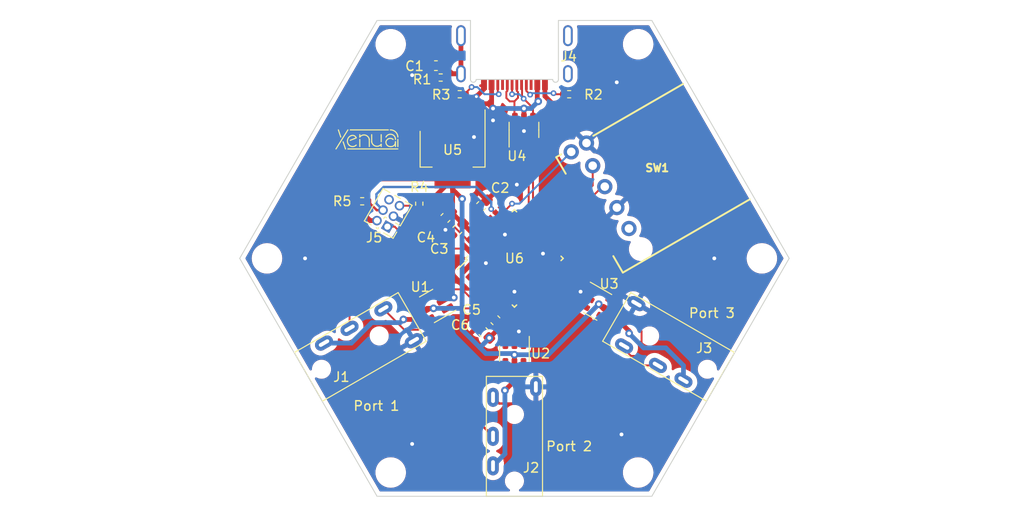
<source format=kicad_pcb>
(kicad_pcb (version 20211014) (generator pcbnew)

  (general
    (thickness 1.6)
  )

  (paper "A4")
  (layers
    (0 "F.Cu" signal)
    (31 "B.Cu" signal)
    (32 "B.Adhes" user "B.Adhesive")
    (33 "F.Adhes" user "F.Adhesive")
    (34 "B.Paste" user)
    (35 "F.Paste" user)
    (36 "B.SilkS" user "B.Silkscreen")
    (37 "F.SilkS" user "F.Silkscreen")
    (38 "B.Mask" user)
    (39 "F.Mask" user)
    (40 "Dwgs.User" user "User.Drawings")
    (41 "Cmts.User" user "User.Comments")
    (42 "Eco1.User" user "User.Eco1")
    (43 "Eco2.User" user "User.Eco2")
    (44 "Edge.Cuts" user)
    (45 "Margin" user)
    (46 "B.CrtYd" user "B.Courtyard")
    (47 "F.CrtYd" user "F.Courtyard")
    (48 "B.Fab" user)
    (49 "F.Fab" user)
    (50 "User.1" user)
    (51 "User.2" user)
    (52 "User.3" user)
    (53 "User.4" user)
    (54 "User.5" user)
    (55 "User.6" user)
    (56 "User.7" user)
    (57 "User.8" user)
    (58 "User.9" user)
  )

  (setup
    (stackup
      (layer "F.SilkS" (type "Top Silk Screen"))
      (layer "F.Paste" (type "Top Solder Paste"))
      (layer "F.Mask" (type "Top Solder Mask") (thickness 0.01))
      (layer "F.Cu" (type "copper") (thickness 0.035))
      (layer "dielectric 1" (type "core") (thickness 1.51) (material "FR4") (epsilon_r 4.5) (loss_tangent 0.02))
      (layer "B.Cu" (type "copper") (thickness 0.035))
      (layer "B.Mask" (type "Bottom Solder Mask") (thickness 0.01))
      (layer "B.Paste" (type "Bottom Solder Paste"))
      (layer "B.SilkS" (type "Bottom Silk Screen"))
      (copper_finish "None")
      (dielectric_constraints no)
    )
    (pad_to_mask_clearance 0)
    (pcbplotparams
      (layerselection 0x00010fc_ffffffff)
      (disableapertmacros false)
      (usegerberextensions false)
      (usegerberattributes true)
      (usegerberadvancedattributes true)
      (creategerberjobfile true)
      (svguseinch false)
      (svgprecision 6)
      (excludeedgelayer true)
      (plotframeref false)
      (viasonmask false)
      (mode 1)
      (useauxorigin false)
      (hpglpennumber 1)
      (hpglpenspeed 20)
      (hpglpendiameter 15.000000)
      (dxfpolygonmode true)
      (dxfimperialunits true)
      (dxfusepcbnewfont true)
      (psnegative false)
      (psa4output false)
      (plotreference true)
      (plotvalue true)
      (plotinvisibletext false)
      (sketchpadsonfab false)
      (subtractmaskfromsilk false)
      (outputformat 1)
      (mirror false)
      (drillshape 1)
      (scaleselection 1)
      (outputdirectory "")
    )
  )

  (net 0 "")
  (net 1 "Net-(C1-Pad1)")
  (net 2 "GND")
  (net 3 "Net-(C2-Pad2)")
  (net 4 "+3V3")
  (net 5 "Net-(J1-PadR1)")
  (net 6 "Net-(J1-PadR2)")
  (net 7 "Net-(J2-PadR1)")
  (net 8 "Net-(J2-PadR2)")
  (net 9 "Net-(J3-PadR1)")
  (net 10 "Net-(J3-PadR2)")
  (net 11 "/SWDIO")
  (net 12 "/RST")
  (net 13 "/SWCLK")
  (net 14 "unconnected-(J5-Pad6)")
  (net 15 "Net-(J4-PadA5)")
  (net 16 "Net-(J4-PadB5)")
  (net 17 "/P1_SCL")
  (net 18 "/P1_SDA")
  (net 19 "/P2_SCL")
  (net 20 "/P2_SDA")
  (net 21 "/P3_SCL")
  (net 22 "/P3_SDA")
  (net 23 "/USBD-")
  (net 24 "/USBD+")
  (net 25 "/DP")
  (net 26 "VBUS")
  (net 27 "/DM")
  (net 28 "unconnected-(U6-Pad1)")
  (net 29 "unconnected-(U6-Pad2)")
  (net 30 "unconnected-(U6-Pad3)")
  (net 31 "unconnected-(U6-Pad4)")
  (net 32 "unconnected-(U6-Pad7)")
  (net 33 "unconnected-(U6-Pad8)")
  (net 34 "unconnected-(U6-Pad13)")
  (net 35 "unconnected-(U6-Pad14)")
  (net 36 "unconnected-(U6-Pad15)")
  (net 37 "unconnected-(U6-Pad16)")
  (net 38 "unconnected-(U6-Pad22)")
  (net 39 "unconnected-(U6-Pad27)")
  (net 40 "unconnected-(J4-PadA8)")
  (net 41 "unconnected-(J4-PadB8)")
  (net 42 "/SW1")
  (net 43 "/SW_A")
  (net 44 "/SW_B")
  (net 45 "unconnected-(U6-Pad21)")

  (footprint "Package_TO_SOT_SMD:SOT-23-6" (layer "F.Cu") (at 187 52 -150))

  (footprint "pj320a:Jack_3.5mm_PJ320A_Horizontal" (layer "F.Cu") (at 175.229681 58.65 30))

  (footprint "MountingHole:MountingHole_2.2mm_M2_DIN965" (layer "F.Cu") (at 208.5 69.5))

  (footprint "Package_TO_SOT_SMD:SOT-23-6" (layer "F.Cu") (at 195.5 57 -90))

  (footprint "MountingHole:MountingHole_2.2mm_M2_DIN965" (layer "F.Cu") (at 182.5 24.5))

  (footprint "Resistor_SMD:R_0402_1005Metric_Pad0.72x0.64mm_HandSolder" (layer "F.Cu") (at 185.5 41.25 -90))

  (footprint "Resistor_SMD:R_0402_1005Metric_Pad0.72x0.64mm_HandSolder" (layer "F.Cu") (at 189.75 29.75))

  (footprint "Capacitor_SMD:C_0603_1608Metric_Pad1.08x0.95mm_HandSolder" (layer "F.Cu") (at 192.25 54.75 135))

  (footprint "MountingHole:MountingHole_2.2mm_M2_DIN965" (layer "F.Cu") (at 208.5 24.5))

  (footprint "Capacitor_SMD:C_0603_1608Metric_Pad1.08x0.95mm_HandSolder" (layer "F.Cu") (at 189.5 44 -135))

  (footprint "Package_TO_SOT_SMD:SOT-23-6" (layer "F.Cu") (at 196.5 33.5 90))

  (footprint "MountingHole:MountingHole_2.2mm_M2_DIN965" (layer "F.Cu") (at 169.5 47))

  (footprint "Resistor_SMD:R_0402_1005Metric_Pad0.72x0.64mm_HandSolder" (layer "F.Cu") (at 201.25 29.75))

  (footprint "Capacitor_SMD:C_0603_1608Metric_Pad1.08x0.95mm_HandSolder" (layer "F.Cu") (at 187.25 26.75 180))

  (footprint "Capacitor_SMD:C_0603_1608Metric_Pad1.08x0.95mm_HandSolder" (layer "F.Cu") (at 192 41.5 -135))

  (footprint "Resistor_SMD:R_0402_1005Metric_Pad0.72x0.64mm_HandSolder" (layer "F.Cu") (at 187.75 28 180))

  (footprint "xenua:USB_C_Receptacle_GCT_USB4510" (layer "F.Cu") (at 195.5 22 180))

  (footprint "pj320a:Jack_3.5mm_PJ320A_Horizontal" (layer "F.Cu") (at 215.770319 58.65 150))

  (footprint "pj320a:Jack_3.5mm_PJ320A_Horizontal" (layer "F.Cu") (at 195.5 70.4 90))

  (footprint "xenua:EVQWGD001" (layer "F.Cu") (at 210.5 37.75 30))

  (footprint "xenua:sig" (layer "F.Cu") (at 176.75 35.5))

  (footprint "Package_QFP:TQFP-32_7x7mm_P0.8mm" (layer "F.Cu") (at 195.5 47 45))

  (footprint "Package_TO_SOT_SMD:SOT-223-3_TabPin2" (layer "F.Cu") (at 189 35.5 -90))

  (footprint "Capacitor_SMD:C_0603_1608Metric_Pad1.08x0.95mm_HandSolder" (layer "F.Cu") (at 188.25 42.75 -135))

  (footprint "Connector_PinHeader_1.27mm:PinHeader_2x03_P1.27mm_Vertical" (layer "F.Cu") (at 182.153766 43.666683 150))

  (footprint "MountingHole:MountingHole_2.2mm_M2_DIN965" (layer "F.Cu") (at 182.5 69.5))

  (footprint "Resistor_SMD:R_0402_1005Metric_Pad0.72x0.64mm_HandSolder" (layer "F.Cu") (at 179.5 41 180))

  (footprint "Package_TO_SOT_SMD:SOT-23-6" (layer "F.Cu") (at 204.25 51.75 -30))

  (footprint "MountingHole:MountingHole_2.2mm_M2_DIN965" (layer "F.Cu") (at 221.5 47))

  (footprint "Capacitor_SMD:C_0603_1608Metric_Pad1.08x0.95mm_HandSolder" (layer "F.Cu") (at 193.5 53.5 135))

  (gr_line (start 195.5 28.3) (end 196.5 28.3) (layer "Dwgs.User") (width 0.15) (tstamp 31bd80de-4bb5-4c77-a663-2affc4147372))
  (gr_line (start 195.5 28.3) (end 194.5 28.3) (layer "Dwgs.User") (width 0.15) (tstamp 944dbd01-505d-494d-9f63-f2c8bd1db418))
  (gr_line (start 224.368 47) (end 209.934 72) (layer "Edge.Cuts") (width 0.1) (tstamp 0743bc59-afe2-4752-9e56-a24822d18aaa))
  (gr_line (start 181.066 22) (end 166.632 47) (layer "Edge.Cuts") (width 0.1) (tstamp 473ddb9d-3e9e-4912-a8c3-fb5b4dbbf8df))
  (gr_line (start 200.12 22) (end 209.934 22) (layer "Edge.Cuts") (width 0.1) (tstamp a6571e26-fdcf-48c3-8604-da94c9af25e8))
  (gr_line (start 181.066 72) (end 209.934 72) (layer "Edge.Cuts") (width 0.1) (tstamp c8afab4b-9964-4341-bc31-892e7e579723))
  (gr_line (start 224.368 47) (end 209.934 22) (layer "Edge.Cuts") (width 0.1) (tstamp dd35352e-d89e-484d-bef8-bac58c66a85a))
  (gr_line (start 166.632 47) (end 181.066 72) (layer "Edge.Cuts") (width 0.1) (tstamp ee989edf-8027-449d-bb77-fbb7e3e7649d))
  (gr_line (start 181.066 22) (end 190.88 22) (layer "Edge.Cuts") (width 0.1) (tstamp f46c70dd-2f86-4294-a0b2-5b136aa818ef))
  (gr_text "Port 3" (at 216.25 52.75) (layer "F.SilkS") (tstamp 5766246d-539d-4256-86a4-9f8349610f84)
    (effects (font (size 1 1) (thickness 0.15)))
  )
  (gr_text "Port 2" (at 201.25 66.75) (layer "F.SilkS") (tstamp 9148d79b-a1b9-4ec5-ae49-7b2d5d0299a9)
    (effects (font (size 1 1) (thickness 0.15)))
  )
  (gr_text "Port 1" (at 181 62.5) (layer "F.SilkS") (tstamp e577fdcc-c176-4b4b-a228-e30f5b47f147)
    (effects (font (size 1 1) (thickness 0.15)))
  )

  (segment (start 189.88 27.6) (end 188.7475 27.6) (width 0.5) (layer "F.Cu") (net 1) (tstamp 3f1b46a9-de00-44b6-b302-95ba5d4fc7be))
  (segment (start 189.88 27.6) (end 188.9625 27.6) (width 0.5) (layer "F.Cu") (net 1) (tstamp 696e0eb6-f485-454f-b142-a24b3e59a953))
  (segment (start 189.88 23.6) (end 189.88 27.6) (width 0.5) (layer "F.Cu") (net 1) (tstamp 8ef27395-8f02-4464-91f7-6df2b86cc43f))
  (segment (start 188.7475 27.6) (end 188.3475 28) (width 0.5) (layer "F.Cu") (net 1) (tstamp a8438cf0-2b94-4a9d-8963-c8f4621cc31d))
  (segment (start 188.9625 27.6) (end 188.1125 26.75) (width 0.5) (layer "F.Cu") (net 1) (tstamp d354ecac-b3bc-4fed-903e-10d10882139b))
  (segment (start 188.85988 44.60988) (end 188.25 44) (width 0.5) (layer "F.Cu") (net 2) (tstamp 03719843-5435-4291-8e92-d5b393806fb9))
  (segment (start 187.64012 43.35988) (end 187.64012 43.60988) (width 0.5) (layer "F.Cu") (net 2) (tstamp 11dc4169-9f40-4605-8579-68c147f18d6b))
  (segment (start 196.171573 50.5) (end 195.5 50.5) (width 0.5) (layer "F.Cu") (net 2) (tstamp 19231caf-260d-414a-8f99-844fa96fa85d))
  (segment (start 191.3 32.35) (end 191.3 34.2) (width 0.5) (layer "F.Cu") (net 2) (tstamp 1ef98e3c-1ed0-4ea3-997b-56d6e4637e06))
  (segment (start 203.13075 51.18125) (end 202.4495 50.5) (width 0.5) (layer "F.Cu") (net 2) (tstamp 215ce0f6-5af5-4b67-ae69-b288192d34e1))
  (segment (start 201.8475 29.9025) (end 201 30.75) (width 0.5) (layer "F.Cu") (net 2) (tstamp 27f54d44-db75-494a-bf17-28711be56dd5))
  (segment (start 201 30.75) (end 199.5 30.75) (width 0.5) (layer "F.Cu") (net 2) (tstamp 3367fb38-f56e-440d-91f9-dfa690d3f082))
  (segment (start 188.89012 44.60988) (end 188.85988 44.60988) (width 0.5) (layer "F.Cu") (net 2) (tstamp 3a447120-bb13-4c44-a114-ff648619224b))
  (segment (start 191.64012 54.14012) (end 191.34012 54.14012) (width 0.5) (layer "F.Cu") (net 2) (tstamp 4301754c-6d5d-4383-afc6-8c9a9e772a4c))
  (segment (start 191.3 32.35) (end 193.1 32.35) (width 0.5) (layer "F.Cu") (net 2) (tstamp 55f1c4af-adb5-49e0-ace7-9fc384f5d29d))
  (segment (start 193.565686 44.5) (end 194.5 44.5) (width 0.5) (layer "F.Cu") (net 2) (tstamp 671095b0-ed5a-4ae7-ac85-9ee83cba59d8))
  (segment (start 187.64012 43.39012) (end 188.25 44) (width 0.5) (layer "F.Cu") (net 2) (tstamp 6fc9f2c2-bef9-48e2-9027-eb42ac7b78fe))
  (segment (start 193.1 32.35) (end 193.25 32.5) (width 0.5) (layer "F.Cu") (net 2) (tstamp 76bbad38-00e2-41b2-9ddd-aff8d95e873f))
  (segment (start 187.64012 43.35988) (end 187.64012 43.39012) (width 0.5) (layer "F.Cu") (net 2) (tstamp 8143a189-78e8-4949-9928-620769923d07))
  (segment (start 192.777639 43.711953) (end 193.565686 44.5) (width 0.5) (layer "F.Cu") (net 2) (tstamp 844267ab-0c59-45ad-9cf9-19c1e73a2831))
  (segment (start 191.3 32.35) (end 191.3 32.45) (width 0.5) (layer "F.Cu") (net 2) (tstamp 86b0791e-e64d-41a6-9b4e-9b2d1dee1dac))
  (segment (start 192.3 28.75) (end 192.3 29.200489) (width 0.5) (layer "F.Cu") (net 2) (tstamp 8732a11f-3ef6-4396-b98d-830ac6bfa2c8))
  (segment (start 198.7 29.95) (end 198.7 28.75) (width 0.5) (layer "F.Cu") (net 2) (tstamp 89e4cfba-750c-4083-acc4-ed21bb6833df))
  (segment (start 188.296732 51.119622) (end 189.130378 51.119622) (width 0.5) (layer "F.Cu") (net 2) (tstamp 976eff56-3816-452d-9c77-d211b78adaef))
  (segment (start 187.985104 51.43125) (end 188.296732 51.119622) (width 0.5) (layer "F.Cu") (net 2) (tstamp 9821fdbc-a1cd-4bf4-b25b-5f699978c34b))
  (segment (start 191.3 34.2) (end 191.25 34.25) (width 0.5) (layer "F.Cu") (net 2) (tstamp 9a5c3670-eaa7-4dcf-9286-43ba42ac67e7))
  (segment (start 196.5 34.6375) (end 196.5 33.6245) (width 0.5) (layer "F.Cu") (net 2) (tstamp a3af9b14-6380-4eca-a818-510262168f6c))
  (segment (start 203.264896 51.18125) (end 203.13075 51.18125) (width 0.5) (layer "F.Cu") (net 2) (tstamp a6e977e2-d6fd-497d-8dbf-799018d7fc04))
  (segment (start 192.60988 40.89012) (end 192.85988 40.89012) (width 0.5) (layer "F.Cu") (net 2) (tstamp b9c85551-8712-46b2-8570-ce78df9e2527))
  (segment (start 199.5 30.75) (end 198.7 29.95) (width 0.5) (layer "F.Cu") (net 2) (tstamp bb5948b2-3dac-442f-abc5-abb89dbc4ff5))
  (segment (start 195.5 55.8625) (end 195.5 55.144439) (width 0.5) (layer "F.Cu") (net 2) (tstamp bd5982a1-f298-433e-aa00-1ad636989dff))
  (segment (start 197.09099 51.419417) (end 196.171573 50.5) (width 0.5) (layer "F.Cu") (net 2) (tstamp cb6c4e8c-26d9-4358-bd61-00ae2e9a6b1a))
  (segment (start 201.8475 29.75) (end 201.8475 29.9025) (width 0.5) (layer "F.Cu") (net 2) (tstamp d0f6e10f-1fd2-416c-88b9-9d59eb93655c))
  (segment (start 192.3 29.200489) (end 191.5 30.000489) (width 0.5) (layer "F.Cu") (net 2) (tstamp d2070829-6614-4d36-90ec-2c8dd2f421fd))
  (segment (start 191.3 32.45) (end 191.25 32.5) (width 0.5) (layer "F.Cu") (net 2) (tstamp e8fa3293-2de2-4a5a-9283-356607904c7c))
  (segment (start 195.5 55.144439) (end 195.964813 54.679626) (width 0.5) (layer "F.Cu") (net 2) (tstamp fae566e4-cd29-42fd-a0cf-1046552b93b0))
  (via (at 216.5 47) (size 0.8) (drill 0.4) (layers "F.Cu" "B.Cu") (free) (net 2) (tstamp 03236581-83d5-46f9-9b92-dfba08a17e3e))
  (via (at 191.25 34.25) (size 0.8) (drill 0.4) (layers "F.Cu" "B.Cu") (net 2) (tstamp 1c4bf035-050b-405c-bea5-ceb3db0151fd))
  (via (at 195.964813 54.679626) (size 0.8) (drill 0.4) (layers "F.Cu" "B.Cu") (net 2) (tstamp 2eb2e4d3-f2ce-4f29-9070-1c4837a13861))
  (via (at 188.25 44) (size 0.8) (drill 0.4) (layers "F.Cu" "B.Cu") (net 2) (tstamp 2fe521ff-d6d1-4c05-8296-4c946423024c))
  (via (at 194.5 44.5) (size 0.8) (drill 0.4) (layers "F.Cu" "B.Cu") (free) (net 2) (tstamp 3b4c2257-f4dd-4ad9-b415-910c47910fb8))
  (via (at 192.5 47.5) (size 0.8) (drill 0.4) (layers "F.Cu" "B.Cu") (free) (net 2) (tstamp 43044d53-b707-4d3a-afb5-42d6b6af2e7c))
  (via (at 195.5 50.5) (size 0.8) (drill 0.4) (layers "F.Cu" "B.Cu") (free) (net 2) (tstamp 6431d07b-1cc3-48bf-98c9-a73b1e3fc17b))
  (via (at 173.5 47) (size 0.8) (drill 0.4) (layers "F.Cu" "B.Cu") (free) (net 2) (tstamp 841a072b-b3fa-45b8-a76b-f9a5c81a1364))
  (via (at 191.5 30.000489) (size 0.6) (drill 0.3) (layers "F.Cu" "B.Cu") (net 2) (tstamp 91f3669f-b5e2-4adf-afb0-e37eed958e60))
  (via (at 202.4495 50.5) (size 0.8) (drill 0.4) (layers "F.Cu" "B.Cu") (net 2) (tstamp 9707b9bf-a5fc-4e09-aebe-5bc06e829499))
  (via (at 206.75 65.5) (size 0.8) (drill 0.4) (layers "F.Cu" "B.Cu") (free) (net 2) (tstamp adb90deb-6853-4230-a382-6c8831b3f4f3))
  (via (at 198.5 46.5) (size 0.8) (drill 0.4) (layers "F.Cu" "B.Cu") (free) (net 2) (tstamp b439546a-c621-4887-b3aa-bc0ca20da5cb))
  (via (at 189.130378 51.119622) (size 0.8) (drill 0.4) (layers "F.Cu" "B.Cu") (net 2) (tstamp b6eda8ee-c639-4010-a71e-f418426c448a))
  (via (at 195.75 39.25) (size 0.8) (drill 0.4) (layers "F.Cu" "B.Cu") (free) (net 2) (tstamp bc4305ae-ca06-4789-823d-45aef5e290e2))
  (via (at 184.75 27.75) (size 0.8) (drill 0.4) (layers "F.Cu" "B.Cu") (free) (net 2) (tstamp c490a0cc-a139-4ae9-b6ad-1f989dec564b))
  (via (at 193.25 32.5) (size 0.8) (drill 0.4) (layers "F.Cu" "B.Cu") (net 2) (tstamp c569fb6a-628e-48b4-805b-d04f577f815a))
  (via (at 196.5 33.6245) (size 0.8) (drill 0.4) (layers "F.Cu" "B.Cu") (net 2) (tstamp d52eb3e6-c3f0-4f18-ac0b-40f1f9e6fd5e))
  (via (at 206.25 28.5) (size 0.8) (drill 0.4) (layers "F.Cu" "B.Cu") (free) (net 2) (tstamp f0d4f2d5-ebc4-472c-9ad0-46e60ab32a6a))
  (via (at 184.75 66.5) (size 0.8) (drill 0.4) (layers "F.Cu" "B.Cu") (free) (net 2) (tstamp fd8cd4a1-8cce-4033-93c0-c4b68cc71c6b))
  (segment (start 192.211953 44.277639) (end 191.39012 43.455806) (width 0.3) (layer "F.Cu") (net 3) (tstamp 1bd98adf-6059-495f-94b7-9f4ef4e778fb))
  (segment (start 191.39012 43.455806) (end 191.39012 42.10988) (width 0.3) (layer "F.Cu") (net 3) (tstamp 22f790b9-c1d9-412d-ac0e-7bd254369216))
  (segment (start 190.10988 43.39012) (end 188.85988 42.14012) (width 0.5) (layer "F.Cu") (net 4) (tstamp 0376f97d-4fda-40e2-8ae7-be256dd0b17a))
  (segment (start 205.235104 52.31875) (end 204.864321 52.31875) (width 0.5) (layer "F.Cu") (net 4) (tstamp 04cd1be7-98f7-4cec-9bc2-093fcec1606d))
  (segment (start 189 38.65) (end 189 42) (width 0.5) (layer "F.Cu") (net 4) (tstamp 04d8fd5a-af67-40da-a8c2-f7fab9d79c3b))
  (segment (start 180.346808 43.031683) (end 181.053914 43.031683) (width 0.5) (layer "F.Cu") (net 4) (tstamp 05c774ee-1959-4a16-b1aa-463d07c36000))
  (segment (start 178.9025 39.5975) (end 178.9025 41) (width 0.5) (layer "F.Cu") (net 4) (tstamp 0b25d268-c1de-4944-b54c-bbdbe2b2ccd7))
  (segment (start 191.646268 44.843324) (end 191.563084 44.843324) (width 0.5) (layer "F.Cu") (net 4) (tstamp 23bdbd44-4a30-4d2c-b3c5-4d4dfb6ad7d1))
  (segment (start 186.014896 52.56875) (end 185.165399 53.418247) (width 0.5) (layer "F.Cu") (net 4) (tstamp 32dcc70a-1e38-4dff-8bd2-7fe6cd7ba6cd))
  (segment (start 195.5 58.1375) (end 195.5 59.8755) (width 0.5) (layer "F.Cu") (net 4) (tstamp 37df637f-662f-40f0-adc0-7d1db39f5ebd))
  (segment (start 189 32.35) (end 189 38.65) (width 0.5) (layer "F.Cu") (net 4) (tstamp 37ffdb94-6f74-4094-8d04-8477df25c710))
  (segment (start 187 52.25) (end 186.333646 52.25) (width 0.5) (layer "F.Cu") (net 4) (tstamp 4fd2be35-f3dc-4152-8d6b-941d855e1521))
  (segment (start 185.5 40.6525) (end 186.9975 40.6525) (width 0.5) (layer "F.Cu") (net 4) (tstamp 5a39367f-3e07-4291-b768-0eec713e54da))
  (segment (start 189 39.75) (end 190 40.75) (width 0.5) (layer "F.Cu") (net 4) (tstamp 5f0d7789-3d8e-4525-b01d-b4b0497082e8))
  (segment (start 191.563084 44.843324) (end 190.10988 43.39012) (width 0.5) (layer "F.Cu") (net 4) (tstamp 653c887b-6912-4e12-9d5b-b353929ef1fc))
  (segment (start 205.235104 52.31875) (end 205.31875 52.31875) (width 0.5) (layer "F.Cu") (net 4) (tstamp 6a1464e6-525c-4f06-8066-5df619f0f8e1))
  (segment (start 189 42) (end 188.85988 42.14012) (width 0.5) (layer "F.Cu") (net 4) (tstamp 80b217b0-d0e1-4411-b435-32e96c858e1f))
  (segment (start 196.234657 51.985103) (end 194.10988 54.10988) (width 0.5) (layer "F.Cu") (net 4) (tstamp 83428e0e-6169-45e1-8979-696ca9eea4f3))
  (segment (start 204.864321 52.31875) (end 204.357821 51.81225) (width 0.5) (layer "F.Cu") (net 4) (tstamp 87595e44-a48a-4a99-85f5-ef2ea90c9e37))
  (segment (start 207.5505 54.634146) (end 207.5505 54.880378) (width 0.5) (layer "F.Cu") (net 4) (tstamp 8b5bfda2-79a7-4762-a6d8-16647750378e))
  (segment (start 205.235104 52.31875) (end 207.5505 54.634146) (width 0.5) (layer "F.Cu") (net 4) (tstamp 9e999c9d-e058-4f07-9aa3-a9dc594b76bf))
  (segment (start 189 38.65) (end 179.85 38.65) (width 0.5) (layer "F.Cu") (net 4) (tstamp a7b7c2bc-370b-479f-abce-4c34481bb786))
  (segment (start 196.525305 51.985103) (end 196.234657 51.985103) (width 0.5) (layer "F.Cu") (net 4) (tstamp a9eb8cd6-d2df-495d-97f8-cf25705e5da3))
  (segment (start 178.9025 41) (end 178.9025 41.587375) (width 0.5) (layer "F.Cu") (net 4) (tstamp ab021000-6b5b-43ea-b7a1-ecc24ef9d51a))
  (segment (start 179.85 38.65) (end 178.9025 39.5975) (width 0.5) (layer "F.Cu") (net 4) (tstamp ac9a04f9-189d-453a-af6b-7bad155ec96b))
  (segment (start 195.5 59.8755) (end 194.5 60.8755) (width 0.5) (layer "F.Cu") (net 4) (tstamp b98b2aa4-f17c-4944-a63b-517efd27344b))
  (segment (start 178.9025 41.587375) (end 180.346808 43.031683) (width 0.5) (layer "F.Cu") (net 4) (tstamp bccd5a46-1da8-4bf1-9b2a-fb1f16fc8920))
  (segment (start 194.10988 54.10988) (end 192.85988 55.35988) (width 0.5) (layer "F.Cu") (net 4) (tstamp c71cbc25-a226-480e-9120-4c90056547ed))
  (segment (start 186.9975 40.6525) (end 189 38.65) (width 0.5) (layer "F.Cu") (net 4) (tstamp d0f049fb-26c8-40cf-b864-89ecd411f7f5))
  (segment (start 185.165399 53.418247) (end 183.831753 53.418247) (width 0.5) (layer "F.Cu") (net 4) (tstamp db128544-f66c-42f4-beb9-1d8c80c15d88))
  (segment (start 186.333646 52.25) (end 186.014896 52.56875) (width 0.5) (layer "F.Cu") (net 4) (tstamp f358ac6b-17e0-4c47-9f05-8773630c08f8))
  (segment (start 195.5 58.1375) (end 195.5 57.1245) (width 0.5) (layer "F.Cu") (net 4) (tstamp fa5ea037-1b76-4529-80bf-e23d4b9a0e7b))
  (segment (start 189 38.65) (end 189 39.75) (width 0.5) (layer "F.Cu") (net 4) (tstamp fa65d098-5ecb-45ca-921d-eeb8930cd867))
  (via (at 207.5505 54.880378) (size 0.8) (drill 0.4) (layers "F.Cu" "B.Cu") (net 4) (tstamp 15841606-09ac-42c9-ac6d-455675705d16))
  (via (at 192.85988 55.35988) (size 0.8) (drill 0.4) (layers "F.Cu" "B.Cu") (net 4) (tstamp 1c637a12-9164-4b3f-bfa5-f05fb9034af2))
  (via (at 190 40.75) (size 0.8) (drill 0.4) (layers "F.Cu" "B.Cu") (net 4) (tstamp 1fd275a0-197e-4d60-9ea7-4acf500af443))
  (via (at 195.5 57.1245) (size 0.8) (drill 0.4) (layers "F.Cu" "B.Cu") (net 4) (tstamp 3cf37809-8882-441f-bd8e-11eadeb9b4f2))
  (via (at 194.5 60.8755) (size 0.8) (drill 0.4) (layers "F.Cu" "B.Cu") (net 4) (tstamp 4e3faa3b-685b-4b59-bbf2-b4a54ad2dfc1))
  (via (at 183.831753 53.418247) (size 0.8) (drill 0.4) (layers "F.Cu" "B.Cu") (net 4) (tstamp 60d2675f-2544-4550-ba8e-d0ef2889d24f))
  (via (at 187 52.25) (size 0.8) (drill 0.4) (layers "F.Cu" "B.Cu") (net 4) (tstamp 88c5b4a9-3364-45ea-b9c0-bb33f0271133))
  (via (at 204.357821 51.81225) (size 0.8) (drill 0.4) (layers "F.Cu" "B.Cu") (net 4) (tstamp b9112406-6880-496a-8cf3-329d93d8abc3))
  (segment (start 199.045571 57.1245) (end 204.357821 51.81225) (width 0.5) (layer "B.Cu") (net 4) (tstamp 06ce9a2f-62c9-4ebd-81db-3fa9016ba633))
  (segment (start 190 40.75) (end 190 51.5) (width 0.5) (layer "B.Cu") (net 4) (tstamp 06cf9d8c-80ee-474a-9941-3419d77ef170))
  (segment (start 190 52.25) (end 187 52.25) (width 0.5) (layer "B.Cu") (net 4) (tstamp 0f2345df-1720-4a1d-8df4-9dea06adef0f))
  (segment (start 190 54.5) (end 191.875 56.375) (width 0.5) (layer "B.Cu") (net 4) (tstamp 19a9d3b5-5aa1-449e-ab8e-d103756ba404))
  (segment (start 191.875 56.375) (end 192.5 57) (width 0.5) (layer "B.Cu") (net 4) (tstamp 1c370c68-124e-4b3b-87da-08abf9cdb16f))
  (segment (start 183.831753 53.418247) (end 183.5 53.75) (width 0.5) (layer "B.Cu") (net 4) (tstamp 3808ff98-c381-4bc8-9063-5fab6223c5fb))
  (segment (start 180.515644 53.75) (end 178.364201 55.901443) (width 0.5) (layer "B.Cu") (net 4) (tstamp 3f9a7152-7e4a-4640-b4c9-cab06e70526d))
  (segment (start 192.5 57) (end 195.3755 57) (width 0.5) (layer "B.Cu") (net 4) (tstamp 41eb36ad-85e7-4f39-8dca-cb50bceb3b2a))
  (segment (start 207.5505 54.880378) (end 209.070122 56.4) (width 0.5) (layer "B.Cu") (net 4) (tstamp 48c439fd-8a6d-4e60-bfad-1018cdb1bb64))
  (segment (start 209.070122 56.4) (end 211.4 56.4) (width 0.5) (layer "B.Cu") (net 4) (tstamp 6a72969c-584a-408a-8c75-b04f16c58fd0))
  (segment (start 194.500479 67.549521) (end 193.25 68.8) (width 0.5) (layer "B.Cu") (net 4) (tstamp 6caa2e3f-ef48-497a-bf14-515d1d49eab1))
  (segment (start 194.5 67.549042) (end 194.500479 67.549521) (width 0.5) (layer "B.Cu") (net 4) (tstamp 8432ad66-11f6-4e42-a8a0-b21c4ff6140a))
  (segment (start 183.5 53.75) (end 180.515644 53.75) (width 0.5) (layer "B.Cu") (net 4) (tstamp 8ed34d6f-8f07-44c1-a2a3-f184d6d9a08f))
  (segment (start 195.3755 57) (end 195.5 57.1245) (width 0.5) (layer "B.Cu") (net 4) (tstamp 933a5253-1d0e-4516-b330-14ba65ca36d4))
  (segment (start 195.5 57.1245) (end 199.045571 57.1245) (width 0.5) (layer "B.Cu") (net 4) (tstamp ab21e7a8-ef62-40a0-a378-209c765cc4bb))
  (segment (start 204.357821 51.81225) (end 204.357821 51.892179) (width 0.5) (layer "B.Cu") (net 4) (tstamp b47a98da-d24c-4742-b64e-3ffd9972ce0f))
  (segment (start 211.4 56.4) (end 213.259678 58.259678) (width 0.5) (layer "B.Cu") (net 4) (tstamp b6af3339-77e3-4805-9423-056f5e2a366f))
  (segment (start 213.259678 58.259678) (end 213.259678 59.798557) (width 0.5) (layer "B.Cu") (net 4) (tstamp be23aa73-d1da-4488-a1e1-b3cf08c1510c))
  (segment (start 190 52.25) (end 190 54.5) (width 0.5) (layer "B.Cu") (net 4) (tstamp c60c4acf-3d6f-48da-b735-ac7a7ae5c6f8))
  (segment (start 192.85988 55.35988) (end 192.85988 55.39012) (width 0.5) (layer "B.Cu") (net 4) (tstamp cfc1a7f1-4f5f-4e2a-9495-cffc1dc92ace))
  (segment (start 190 51.5) (end 190 52.25) (width 0.5) (layer "B.Cu") (net 4) (tstamp d648426c-8d06-4374-a9d5-f0dd792d2bcf))
  (segment (start 178.364201 55.901443) (end 175.490322 55.901443) (width 0.5) (layer "B.Cu") (net 4) (tstamp e5ad5b73-1a14-43b4-b264-e78da8de87af))
  (segment (start 194.5 60.8755) (end 194.5 67.549042) (width 0.5) (layer "B.Cu") (net 4) (tstamp ef8deca4-cde3-44ed-8f08-1405b9ee4373))
  (segment (start 192.85988 55.39012) (end 191.875 56.375) (width 0.5) (layer "B.Cu") (net 4) (tstamp fb96b022-c681-407f-ac0d-f5be84121c37))
  (segment (start 186.489896 53.391474) (end 185.38137 54.5) (width 0.2) (layer "F.Cu") (net 5) (tstamp 353d10af-18da-4a76-9647-8341271e9bc7))
  (segment (start 183.924262 54.5) (end 181.725705 52.301443) (width 0.2) (layer "F.Cu") (net 5) (tstamp 9db3c135-a7d1-4169-863d-387a1cae1452))
  (segment (start 185.38137 54.5) (end 183.924262 54.5) (width 0.2) (layer "F.Cu") (net 5) (tstamp c11d72ca-3e41-4275-9076-51eecae6a09c))
  (segment (start 184.29387 50.5) (end 180.5 50.5) (width 0.2) (layer "F.Cu") (net 6) (tstamp 28735097-78ba-4ee8-81ae-409197c70305))
  (segment (start 185.539896 51.746026) (end 184.29387 50.5) (width 0.2) (layer "F.Cu") (net 6) (tstamp 53af02fe-5e71-4006-828c-d42765cd6a8f))
  (segment (start 180.5 50.5) (end 178.175 52.825) (width 0.2) (layer "F.Cu") (net 6) (tstamp c6c2dde5-ac0c-4e64-8327-e95b073235c7))
  (segment (start 178.175 52.825) (end 178.175 54.351443) (width 0.2) (layer "F.Cu") (net 6) (tstamp f4b1fa00-7406-401d-8a77-cbd0708ac181))
  (segment (start 193.9 62.25) (end 193.25 61.6) (width 0.25) (layer "F.Cu") (net 7) (tstamp 4eefa2b9-0a99-4c31-a73e-dce3db494272))
  (segment (start 196.45 61.55) (end 195.75 62.25) (width 0.25) (layer "F.Cu") (net 7) (tstamp 86e056d6-76c2-4709-978d-24c455de32ce))
  (segment (start 196.45 58.1375) (end 196.45 61.55) (width 0.25) (layer "F.Cu") (net 7) (tstamp b44709c6-5ba2-4a10-89f2-e6e6dd62901a))
  (segment (start 195.75 62.25) (end 193.9 62.25) (width 0.25) (layer "F.Cu") (net 7) (tstamp da11773f-51dd-4c3c-9be6-17f5dce699bf))
  (segment (start 194.55 58.1375) (end 193.8625 58.1375) (width 0.25) (layer "F.Cu") (net 8) (tstamp 254f268c-baf2-4dbe-bb24-9eda39397444))
  (segment (start 191.75 60.25) (end 191.75 64.2) (width 0.25) (layer "F.Cu") (net 8) (tstamp 2ff79a41-9f22-4fe1-94d5-4ed29213b079))
  (segment (start 193.8625 58.1375) (end 191.75 60.25) (width 0.25) (layer "F.Cu") (net 8) (tstamp 5549b63e-a6a1-4dc2-962d-37089633fd05))
  (segment (start 191.75 64.2) (end 193.25 65.7) (width 0.25) (layer "F.Cu") (net 8) (tstamp c273d2f8-f30a-40a7-abbc-97e240c283ea))
  (segment (start 208.85862 56.64138) (end 208.25 57.25) (width 0.2) (layer "F.Cu") (net 9) (tstamp 1d6f050a-f57a-47b3-9039-742132347180))
  (segment (start 207.301443 56.198557) (end 207.024295 56.198557) (width 0.2) (layer "F.Cu") (net 9) (tstamp 4e810807-0c41-44d0-b199-6913bd173b53))
  (segment (start 205.710104 51.496026) (end 208.85862 54.644542) (width 0.2) (layer "F.Cu") (net 9) (tstamp 50ffd615-f10b-4253-8658-03703cd99dc3))
  (segment (start 208.85862 54.644542) (end 208.85862 56.64138) (width 0.2) (layer "F.Cu") (net 9) (tstamp 8f19969c-d17f-4d36-8870-0cd59273e49a))
  (segment (start 207.024295 56.524295) (end 207.024295 56.198557) (width 0.2) (layer "F.Cu") (net 9) (tstamp 9e1aa8af-9c73-4730-9440-30f30f24e1f0))
  (segment (start 207.75 57.25) (end 207.024295 56.524295) (width 0.2) (layer "F.Cu") (net 9) (tstamp aef5b95f-7975-4077-9de2-5cd69d34a894))
  (segment (start 208.25 57.25) (end 207.75 57.25) (width 0.2) (layer "F.Cu") (net 9) (tstamp dbbb410e-c8d2-4c29-9329-ac9fd20547c3))
  (segment (start 204.760104 53.141474) (end 204.760104 56.760104) (width 0.2) (layer "F.Cu") (net 10) (tstamp 09401383-4bc5-4bb2-b306-acda0cda34a5))
  (segment (start 204.760104 56.760104) (end 206.248557 58.248557) (width 0.2) (layer "F.Cu") (net 10) (tstamp 2a54ad79-ce49-4775-b894-c6c465703efd))
  (segment (start 206.248557 58.248557) (end 210.575 58.248557) (width 0.2) (layer "F.Cu") (net 10) (tstamp fbb243d1-c4af-4ee3-acac-1bb87f0b419f))
  (segment (start 185.224695 45.974695) (end 182.916683 43.666683) (width 0.2) (layer "F.Cu") (net 11) (tstamp 296ebd32-e25d-4bd3-a7a8-b8ebd7e26b00))
  (segment (start 182.916683 43.666683) (end 182.153766 43.666683) (width 0.2) (layer "F.Cu") (net 11) (tstamp 412a2419-90dc-42ae-88f1-174b8684a47f))
  (segment (start 190.514897 45.974695) (end 185.224695 45.974695) (width 0.2) (layer "F.Cu") (net 11) (tstamp ed467a56-dac6-42ac-a9df-e06eb1f09520))
  (segment (start 181.029331 41.931831) (end 180.0975 41) (width 0.25) (layer "F.Cu") (net 12) (tstamp 5a4791c9-b9ed-41f6-b265-552d18a43a2e))
  (segment (start 193.90901 42.580583) (end 193.824269 42.580583) (width 0.2) (layer "F.Cu") (net 12) (tstamp 6357d28d-fcbd-40b7-961f-a7d692fff642))
  (segment (start 193.824269 42.580583) (end 193.060275 41.816589) (width 0.2) (layer "F.Cu") (net 12) (tstamp 7e8c5425-170a-44fc-a23f-552d1e1bb870))
  (segment (start 181.688914 41.931831) (end 181.029331 41.931831) (width 0.25) (layer "F.Cu") (net 12) (tstamp ccc97130-bbf6-454d-940f-bd0a9632f06e))
  (via (at 193.060275 41.816589) (size 0.6) (drill 0.3) (layers "F.Cu" "B.Cu") (net 12) (tstamp 53fa3ef6-0a2b-41d2-b20d-15cb15e969b9))
  (segment (start 191.5 39.5) (end 193.060275 41.060275) (width 0.25) (layer "B.Cu") (net 12) (tstamp 134ed347-767a-447a-8bdc-ee68e573320f))
  (segment (start 181.75 39.5) (end 191.5 39.5) (width 0.25) (layer "B.Cu") (net 12) (tstamp 7010030d-2adb-4e30-ab63-b36f1f4c26fd))
  (segment (start 181 41.242917) (end 181 40.25) (width 0.25) (layer "B.Cu") (net 12) (tstamp 75b96414-c1ee-44a1-a2df-53f122350a25))
  (segment (start 181.688914 41.931831) (end 181 41.242917) (width 0.25) (layer "B.Cu") (net 12) (tstamp 81bebdcf-bfbb-44fc-8200-ec6a92487ddf))
  (segment (start 181 40.25) (end 181.75 39.5) (width 0.25) (layer "B.Cu") (net 12) (tstamp 82f99bb1-0875-4a9a-9ac1-5712d052d912))
  (segment (start 193.060275 41.060275) (end 193.060275 41.816589) (width 0.25) (layer "B.Cu") (net 12) (tstamp a352f24b-907d-4d9a-9eda-3e3aeac4974b))
  (segment (start 185.119478 41.466978) (end 183.423766 41.466978) (width 0.2) (layer "F.Cu") (net 13) (tstamp 06f044ff-7002-4904-b070-12615de2e004))
  (segment (start 187.3475 41.8475) (end 185.5 41.8475) (width 0.2) (layer "F.Cu") (net 13) (tstamp 0f6ab4cd-956a-4767-84ac-a5e850c1f202))
  (segment (start 185.5 41.8475) (end 185.119478 41.466978) (width 0.2) (layer "F.Cu") (net 13) (tstamp 49372423-06cc-42a9-bad7-851324c92eb0))
  (segment (start 191.080583 45.40901) (end 191.080583 45.330583) (width 0.2) (layer "F.Cu") (net 13) (tstamp 4e37322c-ddea-4cc7-9278-07ecb08ab408))
  (segment (start 183.423766 41.466978) (end 183.423766 41.076234) (width 0.25) (layer "F.Cu") (net 13) (tstamp 5f87f814-2341-47c5-8a30-0d1238b513e8))
  (segment (start 191.080583 45.40901) (end 190.90901 45.40901) (width 0.2) (layer "F.Cu") (net 13) (tstamp b70abe17-b29d-4332-9137-edcd735125e2))
  (segment (start 190.90901 45.40901) (end 187.3475 41.8475) (width 0.2) (layer "F.Cu") (net 13) (tstamp ccbaa850-f222-4316-80de-56880506881a))
  (segment (start 199.709954 29.75) (end 199.604977 29.645023) (width 0.2) (layer "F.Cu") (net 15) (tstamp 0f2989fe-e14b-4f4c-bc23-43109515bd9f))
  (segment (start 196.75 29.399002) (end 197.1505 29.799502) (width 0.2) (layer "F.Cu") (net 15) (tstamp 2f8079db-710c-4859-ad0d-c38afc13e87c))
  (segment (start 200.6525 29.75) (end 199.709954 29.75) (width 0.2) (layer "F.Cu") (net 15) (tstamp c98c3d48-6450-4747-80bf-9ca977001a74))
  (segment (start 196.75 28.75) (end 196.75 29.399002) (width 0.2) (layer "F.Cu") (net 15) (tstamp cd330023-e309-46ff-baed-7143880691a1))
  (via (at 199.604977 29.645023) (size 0.6) (drill 0.3) (layers "F.Cu" "B.Cu") (net 15) (tstamp 04b76b8f-5b44-4aaf-acf4-0aa5c5236610))
  (via (at 197.1505 29.799502) (size 0.6) (drill 0.3) (layers "F.Cu" "B.Cu") (net 15) (tstamp 5330b404-de89-4de2-ad3a-4d341b55b232))
  (segment (start 199.604977 29.645023) (end 197.304979 29.645023) (width 0.2) (layer "B.Cu") (net 15) (tstamp 4b96f7bd-21c4-428c-8ad9-b66ccc03a965))
  (segment (start 197.304979 29.645023) (end 197.1505 29.799502) (width 0.2) (layer "B.Cu") (net 15) (tstamp 97388d70-3e34-4cb6-8718-af6fe5be03eb))
  (segment (start 193.75 28.75) (end 193.75 29.55) (width 0.2) (layer "F.Cu") (net 16) (tstamp 3170a28a-c819-417b-aba7-f50f7bc98447))
  (segment (start 193.75 29.651) (end 193.8495 29.7505) (width 0.2) (layer "F.Cu") (net 16) (tstamp 4108be8f-e131-4d18-9908-79b9f0d24967))
  (segment (start 193.75 29.55) (end 193.75 29.651) (width 0.2) (layer "F.Cu") (net 16) (tstamp 76053c7d-16b5-480a-9684-5512c4f4b671))
  (segment (start 190.3475 29.6525) (end 191 29) (width 0.2) (layer "F.Cu") (net 16) (tstamp 8d048039-6094-4012-b77a-aa7b219a704c))
  (segment (start 190.3475 29.75) (end 190.3475 29.6525) (width 0.2) (layer "F.Cu") (net 16) (tstamp 9449b338-fa28-4755-8a12-224401c47149))
  (via (at 193.8495 29.7505) (size 0.6) (drill 0.3) (layers "F.Cu" "B.Cu") (net 16) (tstamp 927261d8-ab39-4153-8fc4-2242b79c5f29))
  (via (at 191 29) (size 0.6) (drill 0.3) (layers "F.Cu" "B.Cu") (net 16) (tstamp 9536d528-5b2a-41a4-a52a-c2a0a5bf0eeb))
  (segment (start 193.8495 29.7505) (end 192.3505 29.7505) (width 0.2) (layer "B.Cu") (net 16) (tstamp 29d41f34-8276-4388-b5d6-2834dec27591))
  (segment (start 191.6 29) (end 192.3505 29.7505) (width 0.2) (layer "B.Cu") (net 16) (tstamp a50e6f2e-8095-471c-93db-24d6bb67bcb4))
  (segment (start 191 29) (end 191.6 29) (width 0.2) (layer "B.Cu") (net 16) (tstamp be1d0f58-730c-4976-b660-5ecd9c6b9138))
  (segment (start 191.943082 52.253974) (end 193.343324 50.853732) (width 0.2) (layer "F.Cu") (net 17) (tstamp 5d3fc5f8-c497-40e5-b8c3-ea8745493c76))
  (segment (start 188.460104 52.253974) (end 191.943082 52.253974) (width 0.2) (layer "F.Cu") (net 17) (tstamp ae4a5461-8cb2-4769-817e-774678b2bb80))
  (segment (start 187.510104 50.608526) (end 187.86863 50.25) (width 0.2) (layer "F.Cu") (net 18) (tstamp 09965b62-eb9b-47a1-b1cf-fdea495c5925))
  (segment (start 187.86863 50.25) (end 190 50.25) (width 0.2) (layer "F.Cu") (net 18) (tstamp 184ecb77-5f69-45cf-91a3-ff72ea8c37bf))
  (segment (start 190 50.25) (end 190.75 51) (width 0.2) (layer "F.Cu") (net 18) (tstamp 7ea96fcb-0d68-4b91-b502-74352f884603))
  (segment (start 190.75 51) (end 192.065686 51) (width 0.2) (layer "F.Cu") (net 18) (tstamp 9cb554a4-247e-467d-a6a1-4bd57f42cc59))
  (segment (start 192.065686 51) (end 192.777639 50.288047) (width 0.2) (layer "F.Cu") (net 18) (tstamp a6c8bc90-b9f0-4d25-bba3-51766f46c9fd))
  (segment (start 196.45 55.8625) (end 196.45 55.3) (width 0.2) (layer "F.Cu") (net 19) (tstamp 14b7de01-10a9-4645-ba05-1cb67a09f7fe))
  (segment (start 198.75 50.815686) (end 198.222361 50.288047) (width 0.2) (layer "F.Cu") (net 19) (tstamp 24e7e5b2-85d4-411c-851a-1c47670eccbe))
  (segment (start 198.75 53) (end 198.75 50.815686) (width 0.2) (layer "F.Cu") (net 19) (tstamp 53d0eafd-b80d-46c7-8870-a666b4c2f402))
  (segment (start 196.45 55.3) (end 198.75 53) (width 0.2) (layer "F.Cu") (net 19) (tstamp a5e69555-a467-4107-837c-9e2aeef17fe3))
  (segment (start 197 53.5) (end 196 53.5) (width 0.2) (layer "F.Cu") (net 20) (tstamp 7f035647-8d39-4908-919e-67605123630e))
  (segment (start 198.25 52.25) (end 197 53.5) (width 0.2) (layer "F.Cu") (net 20) (tstamp ad329b34-085a-461b-8409-5290e3270e3f))
  (segment (start 197.656676 50.853732) (end 198.25 51.447056) (width 0.2) (layer "F.Cu") (net 20) (tstamp bb9c2e7d-b478-4224-a5ea-6786b5a0a60c))
  (segment (start 198.25 51.447056) (end 198.25 52.25) (width 0.2) (layer "F.Cu") (net 20) (tstamp cb706b36-765f-403f-b49e-b87454dec402))
  (segment (start 196 53.5) (end 194.55 54.95) (width 0.2) (layer "F.Cu") (net 20) (tstamp d1af8560-cc84-4b88-812a-4b256532c8df))
  (segment (start 194.55 54.95) (end 194.55 55.8625) (width 0.2) (layer "F.Cu") (net 20) (tstamp f8a79f1d-fc2c-43cd-8f15-209e104abd30))
  (segment (start 203.739896 46.989896) (end 203.739896 50.358526) (width 0.2) (layer "F.Cu") (net 21) (tstamp 647508b2-8e9f-4d78-a8a8-2676f8e3c993))
  (segment (start 201.25 44.5) (end 203.739896 46.989896) (width 0.2) (layer "F.Cu") (net 21) (tstamp 6ef0e945-edec-404c-8e75-b7b5151d42fb))
  (segment (start 200.828427 44.5) (end 201.25 44.5) (width 0.2) (layer "F.Cu") (net 21) (tstamp e71984e0-3d0f-4e37-85d7-300662cd76d7))
  (segment (start 199.919417 45.40901) (end 200.828427 44.5) (width 0.2) (layer "F.Cu") (net 21) (tstamp f4e8bb7b-7e9a-4c42-b0bc-f76a0c7edc5a))
  (segment (start 201.25 50.464078) (end 201.25 49.75) (width 0.2) (layer "F.Cu") (net 22) (tstamp 114be904-7531-446d-b4ef-d886f835dd4e))
  (segment (start 201.25 49.75) (end 201.75 49.25) (width 0.2) (layer "F.Cu") (net 22) (tstamp 6b0a2d3f-594b-40d5-ad35-ef7eb9984c1c))
  (segment (start 201.75 49.25) (end 201.75 48.25) (width 0.2) (layer "F.Cu") (net 22) (tstamp 770b3f59-b108-4349-a102-b4a6833dbd58))
  (segment (start 202.789896 52.003974) (end 201.25 50.464078) (width 0.2) (layer "F.Cu") (net 22) (tstamp 86d46c2e-c761-4726-8cf7-87ac650a3e96))
  (segment (start 200.485103 46.985103) (end 200.485103 45.974695) (width 0.2) (layer "F.Cu") (net 22) (tstamp 978b8f6e-64e2-4988-80e6-a20cbc922f06))
  (segment (start 201.75 48.25) (end 200.485103 46.985103) (width 0.2) (layer "F.Cu") (net 22) (tstamp c0e8c612-1089-4683-af6a-33dbcb6ccbc6))
  (segment (start 197.09099 42.333096) (end 197.09099 42.580583) (width 0.2) (layer "F.Cu") (net 23) (tstamp 08ea2b01-5bd2-47d8-b99a-df1c0c2d240b))
  (segment (start 197.584965 41.839121) (end 197.09099 42.333096) (width 0.2) (layer "F.Cu") (net 23) (tstamp 48cb9ffe-7dac-4434-b86e-62dfab502613))
  (segment (start 197.45 41.384636) (end 197.584965 41.519601) (width 0.2) (layer "F.Cu") (net 23) (tstamp a1d716f4-c729-4181-b070-646388fe11ba))
  (segment (start 197.584965 41.519601) (end 197.584965 41.839121) (width 0.2) (layer "F.Cu") (net 23) (tstamp ae614f13-db1b-4dcd-9a31-8e72380559fc))
  (segment (start 197.45 34.6375) (end 197.45 41.384636) (width 0.2) (layer "F.Cu") (net 23) (tstamp b623f017-09f0-48b1-9c87-1fe0e7e47d71))
  (segment (start 195.55 34.6375) (end 195.90048 34.98798) (width 0.2) (layer "F.Cu") (net 24) (tstamp 08b0e335-893e-40b2-a801-a677e98e0c80))
  (segment (start 195.90048 34.98798) (end 195.90048 35.336197) (width 0.2) (layer "F.Cu") (net 24) (tstamp 2b24356e-81a6-45b6-96c6-45a4ae2b1c90))
  (segment (start 196.772791 42.014897) (end 196.525305 42.014897) (width 0.2) (layer "F.Cu") (net 24) (tstamp 57471e7d-8223-4f4f-8d69-631ed9fa8ec8))
  (segment (start 195.90048 35.336197) (end 196.999999 36.435716) (width 0.2) (layer "F.Cu") (net 24) (tstamp 7290fb8e-beab-459e-9125-8cbad9fb6e47))
  (segment (start 196.999999 41.787689) (end 196.772791 42.014897) (width 0.2) (layer "F.Cu") (net 24) (tstamp 8d4a5d70-1a50-46ed-a9b6-ce51b2d5fa04))
  (segment (start 196.999999 36.435716) (end 196.999999 41.787689) (width 0.2) (layer "F.Cu") (net 24) (tstamp da5710b5-0e2b-43c7-82d3-c453b8d8f19d))
  (segment (start 195.75 29.402162) (end 195.87096 29.523122) (width 0.2) (layer "F.Cu") (net 25) (tstamp 16a95136-aff8-4a25-88f5-6309e97dd5ea))
  (segment (start 195 30.5) (end 195.5 30.5) (width 0.2) (layer "F.Cu") (net 25) (tstamp 1ad77e69-1d90-408b-ac2f-e96af1e5b351))
  (segment (start 195.5 32.3125) (end 195.55 32.3625) (width 0.2) (layer "F.Cu") (net 25) (tstamp 5e21ac35-4069-49eb-8c08-81f46cf29050))
  (segment (start 194.650489 30.150489) (end 195 30.5) (width 0.2) (layer "F.Cu") (net 25) (tstamp 604bf475-f397-4fb4-8e5d-23ff7f6e9062))
  (segment (start 195.87096 29.523122) (end 195.87096 30.12904) (width 0.2) (layer "F.Cu") (net 25) (tstamp 93aae5f2-1441-4a3f-9cd0-b2f486e9ac11))
  (segment (start 194.75 28.75) (end 194.75 29.402162) (width 0.2) (layer "F.Cu") (net 25) (tstamp a53dad37-a864-4f4e-ada8-bf8f8283bbad))
  (segment (start 195.75 28.75) (end 195.75 29.402162) (width 0.2) (layer "F.Cu") (net 25) (tstamp b4bd480f-127f-4438-86b5-d5c7288da2ef))
  (segment (start 194.75 29.402162) (end 194.650489 29.501673) (width 0.2) (layer "F.Cu") (net 25) (tstamp c0b9c30e-35c5-4ae7-8b76-87df04e13068))
  (segment (start 194.650489 29.501673) (end 194.650489 30.150489) (width 0.2) (layer "F.Cu") (net 25) (tstamp da0f309b-409d-4587-a114-1ed2e4b3e259))
  (segment (start 195.87096 30.12904) (end 195.5 30.5) (width 0.2) (layer "F.Cu") (net 25) (tstamp dad8d3b9-e789-43e3-80d3-b6ff4f7dc6b0))
  (segment (start 195.5 30.5) (end 195.5 32.3125) (width 0.2) (layer "F.Cu") (net 25) (tstamp f3e1d25f-cb98-4acb-9bd5-4ab65733546f))
  (segment (start 198 30.5) (end 197.9 30.4) (width 0.5) (layer "F.Cu") (net 26) (tstamp 0a05fe91-e9bf-4a8f-867a-e34490f31dd1))
  (segment (start 187.25 30.75) (end 192.75 30.75) (width 0.5) (layer "F.Cu") (net 26) (tstamp 5084965a-66c6-4c81-b684-edbf19a4f716))
  (segment (start 192.75 30.75) (end 193.1 30.4) (width 0.5) (layer "F.Cu") (net 26) (tstamp 68ea140f-b495-4167-b21d-3d56d8f9d0d3))
  (segment (start 193.1 31.1) (end 193.25 31.25) (width 0.5) (layer "F.Cu") (net 26) (tstamp a01abc49-102e-43a5-ba30-00d000ecc8bd))
  (segment (start 193.25 31.25) (end 192.75 30.75) (width 0.5) (layer "F.Cu") (net 26) (tstamp a130673a-6211-4d5a-b55e-a07e5c06a6b6))
  (segment (start 197.9 30.4) (end 197.9 28.75) (width 0.5) (layer "F.Cu") (net 26) (tstamp a7b1ca32-8f2c-45e7-9cf0-a2c7636d48ec))
  (segment (start 193.1 30.4) (end 193.1 28.75) (width 0.5) (layer "F.Cu") (net 26) (tstamp c1c83571-f1e5-4ea7-a600-58822b80c24d))
  (segment (start 193.1 30.4) (end 193.1 31.1) (width 0.5) (layer "F.Cu") (net 26) (tstamp cd4c390f-36a9-4671-86ec-9a7fef52b7dc))
  (segment (start 186.7 31.3) (end 187.25 30.75) (width 0.5) (layer "F.Cu") (net 26) (tstamp da598640-9dd6-46b6-b5e4-f5c95893425c))
  (segment (start 196.5 32.3625) (end 196.5 31.25) (width 0.5) (layer "F.Cu") (net 26) (tstamp e3764ddd-4f6e-4d16-a250-819cc55ee7e2))
  (segment (start 196.5 32.3625) (end 196.5 32.5) (width 0.5) (layer "F.Cu") (net 26) (tstamp eb37c959-bb8b-40a9-bf22-75393f9615fa))
  (segment (start 186.7 32.35) (end 186.7 31.3) (width 0.5) (layer "F.Cu") (net 26) (tstamp f99bdf25-315d-4fe0-a146-62ba834ff739))
  (via (at 196.5 31.25) (size 0.8) (drill 0.4) (layers "F.Cu" "B.Cu") (net 26) (tstamp 27b7b50e-4b03-4397-9b7d-b4c0b583d6ea))
  (via (at 193.25 31.25) (size 0.8) (drill 0.4) (layers "F.Cu" "B.Cu") (net 26) (tstamp afcc3f85-cf50-49a0-bd32-ae6be149f4b6))
  (via (at 198 30.5) (size 0.8) (drill 0.4) (layers "F.Cu" "B.Cu") (net 26) (tstamp bd67de49-8486-4922-87fe-de26ce12415c))
  (segment (start 193.25 31.25) (end 196.5 31.25) (width 0.5) (layer "B.Cu") (net 26) (tstamp 2b6b0591-6ce6-421f-a7a2-c11527a9c830))
  (segment (start 197.25 31.25) (end 198 30.5) (width 0.5) (layer "B.Cu") (net 26) (tstamp 5a903d36-2901-4e4a-af45-d4c0a29f888c))
  (segment (start 196.5 31.25) (end 197.25 31.25) (width 0.5) (layer "B.Cu") (net 26) (tstamp 7082cd1f-e250-468c-8796-9f076894b0ad))
  (segment (start 195.25 28.75) (end 195.25 29.75) (width 0.2) (layer "F.Cu") (net 27) (tstamp 6cc92de1-3619-48f3-950e-639f029a4290))
  (segment (start 196.300489 30.049954) (end 196.300489 28.800489) (width 0.2) (layer "F.Cu") (net 27) (tstamp aace598f-5872-4a54-a57a-7a6a370adb8f))
  (segment (start 197.45 31.199465) (end 196.470471 30.219936) (width 0.2) (layer "F.Cu") (net 27) (tstamp dec93212-d747-46e9-b212-08775e23fcc2))
  (segment (start 197.45 32.3625) (end 197.45 31.199465) (width 0.2) (layer "F.Cu") (net 27) (tstamp e1d8a85f-8786-41ef-ac24-5e0916eb2b15))
  (segment (start 196.300489 28.800489) (end 196.25 28.75) (width 0.2) (layer "F.Cu") (net 27) (tstamp fe311d59-9f0c-46bc-a53c-646e928888d8))
  (segment (start 196.470471 30.219936) (end 196.300489 30.049954) (width 0.2) (layer "F.Cu") (net 27) (tstamp ffe0c91b-408c-49dd-8327-aefd99235105))
  (via (at 195.25 29.75) (size 0.6) (drill 0.3) (layers "F.Cu" "B.Cu") (net 27) (tstamp 4bb08230-313e-47cf-9b72-d840eb14c84f))
  (via (at 196.470471 30.219936) (size 0.6) (drill 0.3) (layers "F.Cu" "B.Cu") (net 27) (tstamp a8430e7c-062d-4587-914f-19cb238f441e))
  (segment (start 195.25 29.75) (end 196.000535 29.75) (width 0.2) (layer "B.Cu") (net 27) (tstamp 2653d553-a2d0-4ba7-bc46-e182b0f49c12))
  (segment (start 196.000535 29.75) (end 196.470471 30.219936) (width 0.2) (layer "B.Cu") (net 27) (tstamp 59b31d8d-7096-41a1-a3fc-3d795b28ada3))
  (segment (start 194.485103 42.014897) (end 195.25 41.25) (width 0.2) (layer "F.Cu") (net 42) (tstamp 93727a2d-ca2c-4d31-939a-91cef9fc6294))
  (segment (start 194.474695 42.014897) (end 194.485103 42.014897) (width 0.2) (layer "F.Cu") (net 42) (tstamp eb54f761-88fa-48c8-9863-66ee896724e6))
  (via (at 195.25 41.25) (size 0.6) (drill 0.3) (layers "F.Cu" "B.Cu") (net 42) (tstamp 8c93e514-bff3-4222-822c-4223b7aba62f))
  (segment (start 195.25 41.25) (end 196.023368 41.25) (width 0.2) (layer "B.Cu") (net 42) (tstamp 6ac62ad2-2a1e-4a51-bf53-721e04baeb00))
  (segment (start 196.023368 41.25) (end 201.467726 35.805642) (width 0.2) (layer "B.Cu") (net 42) (tstamp 8f14495a-49d2-4f6a-b62f-ab842fadd206))
  (segment (start 203.723607 37.262943) (end 203.723607 39.342079) (width 0.2) (layer "F.Cu") (net 43) (tstamp 2f38839f-5706-4d9f-913b-6e7bbbbf5908))
  (segment (start 203.723607 39.342079) (end 198.788047 44.277639) (width 0.2) (layer "F.Cu") (net 43) (tstamp cf2fbdcb-4708-4af9-8766-af1a9593982a))
  (segment (start 204.734408 39.462648) (end 204.993607 39.462648) (width 0.2) (layer "F.Cu") (net 44) (tstamp 617be90c-35ca-42af-acf2-25601ff5d82c))
  (segment (start 199.353732 44.843324) (end 204.734408 39.462648) (width 0.2) (layer "F.Cu") (net 44) (tstamp e27da5a9-9b55-46cf-99e9-507ec7745910))

  (zone (net 0) (net_name "") (layer "F.Cu") (tstamp 0df1d87d-b4b7-479c-8e46-6b216f0aa822) (hatch edge 0.508)
    (connect_pads (clearance 0))
    (min_thickness 0.254)
    (keepout (tracks allowed) (vias allowed) (pads allowed ) (copperpour not_allowed) (footprints allowed))
    (fill (thermal_gap 0.508) (thermal_bridge_width 0.508))
    (polygon
      (pts
        (xy 193.8 67.8)
        (xy 194.4 68.4)
        (xy 194.4 69.2)
        (xy 193.6 70.2)
        (xy 192.8 70.2)
        (xy 192.2 69.4)
        (xy 192.2 68.4)
        (xy 192.4 67.8)
        (xy 193.2 67.4)
      )
    )
  )
  (zone (net 0) (net_name "") (layer "F.Cu") (tstamp 14ff1fe8-0cb9-4230-b3ac-814dedaa1561) (hatch edge 0.508)
    (connect_pads (clearance 0))
    (min_thickness 0.254)
    (keepout (tracks allowed) (vias allowed) (pads allowed ) (copperpour not_allowed) (footprints allowed))
    (fill (thermal_gap 0.508) (thermal_bridge_width 0.508))
    (polygon
      (pts
        (xy 214.2 59)
        (xy 214.8 60.2)
        (xy 214.4 60.8)
        (xy 213.2 61)
        (xy 212.4 60.6)
        (xy 212 59.8)
        (xy 212.2 59)
        (xy 213.4 58.6)
      )
    )
  )
  (zone (net 0) (net_name "") (layer "F.Cu") (tstamp 2fbeb955-1e68-4f54-8b14-f0ad950c69cf) (hatch edge 0.508)
    (connect_pads (clearance 0))
    (min_thickness 0.254)
    (keepout (tracks allowed) (vias allowed) (pads allowed ) (copperpour not_allowed) (footprints allowed))
    (fill (thermal_gap 0.508) (thermal_bridge_width 0.508))
    (polygon
      (pts
        (xy 176.75 55.5)
        (xy 176.5 56.5)
        (xy 175.75 57)
        (xy 174.5 57)
        (xy 174.25 56.5)
        (xy 174.25 56)
        (xy 174.5 55.25)
        (xy 175.25 54.75)
        (xy 176 54.75)
      )
    )
  )
  (zone (net 0) (net_name "") (layer "F.Cu") (tstamp 5f24da24-5c5a-4f9c-b576-f4b5a9beac74) (hatch edge 0.508)
    (connect_pads (clearance 0))
    (min_thickness 0.254)
    (keepout (tracks allowed) (vias allowed) (pads allowed ) (copperpour not_allowed) (footprints allowed))
    (fill (thermal_gap 0.508) (thermal_bridge_width 0.508))
    (polygon
      (pts
        (xy 197.5 54.5)
        (xy 194 54.75)
        (xy 194 51)
        (xy 197.5 50.75)
      )
    )
  )
  (zone (net 2) (net_name "GND") (layers F&B.Cu) (tstamp e772d76b-2a68-4823-8adb-a0f224b1a9b1) (hatch edge 0.508)
    (connect_pads (clearance 0.508))
    (min_thickness 0.254) (filled_areas_thickness no)
    (fill yes (thermal_gap 0.508) (thermal_bridge_width 0.508))
    (polygon
      (pts
        (xy 225 75)
        (xy 166 75)
        (xy 166 20)
        (xy 225 20)
      )
    )
    (filled_polygon
      (layer "F.Cu")
      (pts
        (xy 188.873806 22.528502)
        (xy 188.920299 22.582158)
        (xy 188.930403 22.652432)
        (xy 188.925788 22.672597)
        (xy 188.888765 22.789306)
        (xy 188.8715 22.943227)
        (xy 188.8715 24.249769)
        (xy 188.8718 24.252825)
        (xy 188.8718 24.252832)
        (xy 188.87253 24.260273)
        (xy 188.88592 24.396833)
        (xy 188.943084 24.586169)
        (xy 189.035934 24.760796)
        (xy 189.091842 24.829346)
        (xy 189.093143 24.830941)
        (xy 189.120697 24.896373)
        (xy 189.1215 24.910577)
        (xy 189.1215 25.862327)
        (xy 189.101498 25.930448)
        (xy 189.047842 25.976941)
        (xy 188.977568 25.987045)
        (xy 188.912988 25.957551)
        (xy 188.906483 25.951501)
        (xy 188.883184 25.928243)
        (xy 188.878003 25.923071)
        (xy 188.871772 25.91923)
        (xy 188.73615 25.835631)
        (xy 188.736148 25.83563)
        (xy 188.72992 25.831791)
        (xy 188.564809 25.777026)
        (xy 188.557973 25.776326)
        (xy 188.55797 25.776325)
        (xy 188.506474 25.771049)
        (xy 188.462072 25.7665)
        (xy 187.762928 25.7665)
        (xy 187.759682 25.766837)
        (xy 187.759678 25.766837)
        (xy 187.665765 25.776581)
        (xy 187.665761 25.776582)
        (xy 187.658907 25.777293)
        (xy 187.652371 25.779474)
        (xy 187.652369 25.779474)
        (xy 187.519605 25.823768)
        (xy 187.493893 25.832346)
        (xy 187.345969 25.923884)
        (xy 187.339417 25.930448)
        (xy 187.338727 25.931139)
        (xy 187.336962 25.932105)
        (xy 187.335059 25.933613)
        (xy 187.334801 25.933287)
        (xy 187.276446 25.965219)
        (xy 187.205625 25.960218)
        (xy 187.16053 25.931292)
        (xy 187.157869 25.928636)
        (xy 187.14646 25.919625)
        (xy 187.010937 25.836088)
        (xy 186.997759 25.829944)
        (xy 186.846234 25.779685)
        (xy 186.832868 25.776819)
        (xy 186.74023 25.767328)
        (xy 186.733815 25.767)
        (xy 186.659615 25.767)
        (xy 186.644376 25.771475)
        (xy 186.643171 25.772865)
        (xy 186.6415 25.780548)
        (xy 186.6415 27.727885)
        (xy 186.645975 27.743124)
        (xy 186.647365 27.744329)
        (xy 186.655048 27.746)
        (xy 187.2805 27.746)
        (xy 187.348621 27.766002)
        (xy 187.395114 27.819658)
        (xy 187.4065 27.872)
        (xy 187.4065 28.809598)
        (xy 187.410771 28.824143)
        (xy 187.422904 28.826206)
        (xy 187.465973 28.822249)
        (xy 187.479006 28.819639)
        (xy 187.619661 28.775561)
        (xy 187.633412 28.769352)
        (xy 187.684245 28.738566)
        (xy 187.752874 28.720386)
        (xy 187.814789 28.738566)
        (xy 187.86638 28.769811)
        (xy 187.866385 28.769813)
        (xy 187.872882 28.773748)
        (xy 187.880129 28.776019)
        (xy 187.880131 28.77602)
        (xy 187.899718 28.782158)
        (xy 188.027281 28.822134)
        (xy 188.096563 28.8285)
        (xy 188.107827 28.8285)
        (xy 188.472216 28.828499)
        (xy 188.540335 28.848501)
        (xy 188.586828 28.902156)
        (xy 188.596933 28.97243)
        (xy 188.56744 29.037011)
        (xy 188.549966 29.053649)
        (xy 188.534421 29.065839)
        (xy 188.43084 29.16942)
        (xy 188.421533 29.181289)
        (xy 188.345645 29.306594)
        (xy 188.339439 29.320339)
        (xy 188.295361 29.460994)
        (xy 188.292751 29.474027)
        (xy 188.292389 29.477961)
        (xy 188.295312 29.492835)
        (xy 188.307207 29.496)
        (xy 188.880385 29.496)
        (xy 188.895624 29.491525)
        (xy 188.896829 29.490135)
        (xy 188.8985 29.482452)
        (xy 188.8985 28.940402)
        (xy 188.894026 28.925163)
        (xy 188.892392 28.923748)
        (xy 188.854008 28.864022)
        (xy 188.854008 28.793026)
        (xy 188.892391 28.733299)
        (xy 188.909633 28.720747)
        (xy 188.954017 28.693867)
        (xy 188.960518 28.68993)
        (xy 188.965894 28.684554)
        (xy 188.971865 28.679872)
        (xy 188.97375 28.682276)
        (xy 189.023773 28.654961)
        (xy 189.094588 28.660026)
        (xy 189.148199 28.698447)
        (xy 189.157036 28.709282)
        (xy 189.157039 28.709285)
        (xy 189.160935 28.714062)
        (xy 189.165682 28.717989)
        (xy 189.165684 28.717991)
        (xy 189.308575 28.836201)
        (xy 189.308579 28.836203)
        (xy 189.313325 28.84013)
        (xy 189.318745 28.84306)
        (xy 189.31875 28.843064)
        (xy 189.340428 28.854785)
        (xy 189.390837 28.90478)
        (xy 189.4065 28.965621)
        (xy 189.4065 29.8655)
        (xy 189.386498 29.933621)
        (xy 189.332842 29.980114)
        (xy 189.2805 29.9915)
        (xy 187.317063 29.9915)
        (xy 187.298114 29.990067)
        (xy 187.297907 29.990036)
        (xy 187.276651 29.986802)
        (xy 187.269359 29.987395)
        (xy 187.269356 29.987395)
        (xy 187.223991 29.991085)
        (xy 187.213777 29.9915)
        (xy 187.205707 29.9915)
        (xy 187.202087 29.991922)
        (xy 187.202069 29.991923)
        (xy 187.177461 29.994792)
        (xy 187.1731 29.995224)
        (xy 187.147981 29.997267)
        (xy 187.107661 30.000546)
        (xy 187.107658 30.000547)
        (xy 187.100363 30.00114)
        (xy 187.093399 30.003396)
        (xy 187.08744 30.004587)
        (xy 187.081585 30.005971)
        (xy 187.074319 30.006818)
        (xy 187.005673 30.031735)
        (xy 187.001545 30.033152)
        (xy 186.939064 30.053393)
        (xy 186.939062 30.053394)
        (xy 186.932101 30.055649)
        (xy 186.925846 30.059445)
        (xy 186.920372 30.061951)
        (xy 186.914942 30.06467)
        (xy 186.908063 30.067167)
        (xy 186.847016 30.107191)
        (xy 186.843327 30.109518)
        (xy 186.823135 30.121771)
        (xy 186.785693 30.144491)
        (xy 186.785688 30.144495)
        (xy 186.780892 30.147405)
        (xy 186.772516 30.154803)
        (xy 186.772493 30.154777)
        (xy 186.769503 30.157426)
        (xy 186.766264 30.160134)
        (xy 186.760148 30.164144)
        (xy 186.755121 30.169451)
        (xy 186.755117 30.169454)
        (xy 186.706872 30.220383)
        (xy 186.704494 30.222825)
        (xy 186.211089 30.71623)
        (xy 186.196677 30.728616)
        (xy 186.185082 30.737149)
        (xy 186.185077 30.737154)
        (xy 186.179182 30.741492)
        (xy 186.174443 30.74707)
        (xy 186.17444 30.747073)
        (xy 186.144965 30.781768)
        (xy 186.138035 30.789284)
        (xy 186.13234 30.794979)
        (xy 186.130075 30.797842)
        (xy 186.128792 30.799283)
        (xy 186.068556 30.836862)
        (xy 186.034684 30.8415)
        (xy 185.901866 30.8415)
        (xy 185.839684 30.848255)
        (xy 185.703295 30.899385)
        (xy 185.586739 30.986739)
        (xy 185.499385 31.103295)
        (xy 185.448255 31.239684)
        (xy 185.4415 31.301866)
        (xy 185.4415 33.398134)
        (xy 185.448255 33.460316)
        (xy 185.499385 33.596705)
        (xy 185.586739 33.713261)
        (xy 185.703295 33.800615)
        (xy 185.839684 33.851745)
        (xy 185.901866 33.8585)
        (xy 187.498134 33.8585)
        (xy 187.560316 33.851745)
        (xy 187.696705 33.800615)
        (xy 187.704483 33.794786)
        (xy 187.774435 33.74236)
        (xy 187.840942 33.717512)
        (xy 187.910324 33.732565)
        (xy 187.925565 33.74236)
        (xy 187.995517 33.794786)
        (xy 188.003295 33.800615)
        (xy 188.011703 33.803767)
        (xy 188.132286 33.848972)
        (xy 188.132289 33.848973)
        (xy 188.139684 33.851745)
        (xy 188.145453 33.852372)
        (xy 188.206291 33.887126)
        (xy 188.239113 33.950081)
        (xy 188.2415 33.974493)
        (xy 188.2415 37.0155)
        (xy 188.221498 37.083621)
        (xy 188.167842 37.130114)
        (xy 188.1155 37.1415)
        (xy 187.051866 37.1415)
        (xy 186.989684 37.148255)
        (xy 186.853295 37.199385)
        (xy 186.736739 37.286739)
        (xy 186.649385 37.403295)
        (xy 186.598255 37.539684)
        (xy 186.5915 37.601866)
        (xy 186.5915 37.7655)
        (xy 186.571498 37.833621)
        (xy 186.517842 37.880114)
        (xy 186.4655 37.8915)
        (xy 179.917063 37.8915)
        (xy 179.898114 37.890067)
        (xy 179.897907 37.890036)
        (xy 179.876651 37.886802)
        (xy 179.869359 37.887395)
        (xy 179.869356 37.887395)
        (xy 179.823991 37.891085)
        (xy 179.813777 37.8915)
        (xy 179.805707 37.8915)
        (xy 179.802087 37.891922)
        (xy 179.802069 37.891923)
        (xy 179.777461 37.894792)
        (xy 179.7731 37.895224)
        (xy 179.747981 37.897267)
        (xy 179.707661 37.900546)
        (xy 179.707658 37.900547)
        (xy 179.700363 37.90114)
        (xy 179.693399 37.903396)
        (xy 179.68744 37.904587)
        (xy 179.681585 37.905971)
        (xy 179.674319 37.906818)
        (xy 179.605673 37.931735)
        (xy 179.601545 37.933152)
        (xy 179.539064 37.953393)
        (xy 179.539062 37.953394)
        (xy 179.532101 37.955649)
        (xy 179.525846 37.959445)
        (xy 179.520372 37.961951)
        (xy 179.514942 37.96467)
        (xy 179.508063 37.967167)
        (xy 179.447016 38.007191)
        (xy 179.443327 38.009518)
        (xy 179.425388 38.020404)
        (xy 179.385693 38.044491)
        (xy 179.385688 38.044495)
        (xy 179.380892 38.047405)
        (xy 179.372516 38.054803)
        (xy 179.372493 38.054777)
        (xy 179.369503 38.057426)
        (xy 179.366264 38.060134)
        (xy 179.360148 38.064144)
        (xy 179.355121 38.069451)
        (xy 179.355117 38.069454)
        (xy 179.306872 38.120383)
        (xy 179.304494 38.122825)
        (xy 178.413589 39.01373)
        (xy 178.399177 39.026116)
        (xy 178.387582 39.034649)
        (xy 178.387577 39.034654)
        (xy 178.381682 39.038992)
        (xy 178.376943 39.04457)
        (xy 178.37694 39.044573)
        (xy 178.347465 39.079268)
        (xy 178.340535 39.086784)
        (xy 178.33484 39.092479)
        (xy 178.33256 39.095361)
        (xy 178.317219 39.114751)
        (xy 178.314428 39.118155)
        (xy 178.306969 39.126935)
        (xy 178.267167 39.173785)
        (xy 178.263839 39.180301)
        (xy 178.260472 39.18535)
        (xy 178.257305 39.190479)
        (xy 178.252766 39.196216)
        (xy 178.221845 39.262375)
        (xy 178.219942 39.266269)
        (xy 178.186731 39.331308)
        (xy 178.184992 39.338416)
        (xy 178.182893 39.344059)
        (xy 178.180976 39.349822)
        (xy 178.177878 39.35645)
        (xy 178.176388 39.363612)
        (xy 178.176388 39.363613)
        (xy 178.163014 39.427912)
        (xy 178.162044 39.432196)
        (xy 178.144692 39.50311)
        (xy 178.144 39.514264)
        (xy 178.143964 39.514262)
        (xy 178.143725 39.518255)
        (xy 178.143351 39.522447)
        (xy 178.14186 39.529615)
        (xy 178.142058 39.536932)
        (xy 178.143954 39.607021)
        (xy 178.144 39.610428)
        (xy 178.144 40.440604)
        (xy 178.125776 40.505875)
        (xy 178.095188 40.556382)
        (xy 178.095187 40.556385)
        (xy 178.091252 40.562882)
        (xy 178.042866 40.717281)
        (xy 178.0365 40.786563)
        (xy 178.036501 41.213436)
        (xy 178.036764 41.216295)
        (xy 178.036764 41.216303)
        (xy 178.03885 41.239001)
        (xy 178.042866 41.282719)
        (xy 178.044865 41.289097)
        (xy 178.044865 41.289098)
        (xy 178.083855 41.413513)
        (xy 178.091252 41.437118)
        (xy 178.095187 41.443616)
        (xy 178.09519 41.443622)
        (xy 178.122106 41.488067)
        (xy 178.13994 41.556527)
        (xy 178.139301 41.560724)
        (xy 178.139894 41.568015)
        (xy 178.139894 41.568017)
        (xy 178.143585 41.613393)
        (xy 178.144 41.623608)
        (xy 178.144 41.631668)
        (xy 178.144425 41.635312)
        (xy 178.147289 41.659882)
        (xy 178.147722 41.664257)
        (xy 178.14925 41.683037)
        (xy 178.15364 41.737012)
        (xy 178.155896 41.743976)
        (xy 178.157087 41.749935)
        (xy 178.158471 41.75579)
        (xy 178.159318 41.763056)
        (xy 178.184235 41.831702)
        (xy 178.185652 41.83583)
        (xy 178.205036 41.895664)
        (xy 178.208149 41.905274)
        (xy 178.211945 41.911529)
        (xy 178.214451 41.917003)
        (xy 178.21717 41.922433)
        (xy 178.219667 41.929312)
        (xy 178.22368 41.935432)
        (xy 178.22368 41.935433)
        (xy 178.259686 41.990351)
        (xy 178.262023 41.994055)
        (xy 178.299905 42.056482)
        (xy 178.303621 42.06069)
        (xy 178.303622 42.060691)
        (xy 178.307303 42.064859)
        (xy 178.307276 42.064883)
        (xy 178.309929 42.067875)
        (xy 178.312632 42.071108)
        (xy 178.316644 42.077227)
        (xy 178.321956 42.082259)
        (xy 178.372883 42.130503)
        (xy 178.375325 42.132881)
        (xy 179.763038 43.520594)
        (xy 179.775424 43.535006)
        (xy 179.783957 43.546601)
        (xy 179.783962 43.546606)
        (xy 179.7883 43.552501)
        (xy 179.793878 43.55724)
        (xy 179.793881 43.557243)
        (xy 179.828576 43.586718)
        (xy 179.836092 43.593648)
        (xy 179.841787 43.599343)
        (xy 179.844669 43.601623)
        (xy 179.864059 43.616964)
        (xy 179.867463 43.619755)
        (xy 179.917511 43.662274)
        (xy 179.923093 43.667016)
        (xy 179.929609 43.670344)
        (xy 179.934658 43.673711)
        (xy 179.939787 43.676878)
        (xy 179.945524 43.681417)
        (xy 180.011683 43.712338)
        (xy 180.015577 43.714241)
        (xy 180.080616 43.747452)
        (xy 180.087724 43.749191)
        (xy 180.093367 43.75129)
        (xy 180.09913 43.753207)
        (xy 180.105758 43.756305)
        (xy 180.11292 43.757795)
        (xy 180.112921 43.757795)
        (xy 180.17722 43.771169)
        (xy 180.181504 43.772139)
        (xy 180.252418 43.789491)
        (xy 180.25802 43.789839)
        (xy 180.258023 43.789839)
        (xy 180.263572 43.790183)
        (xy 180.26357 43.790219)
        (xy 180.267563 43.790458)
        (xy 180.271755 43.790832)
        (xy 180.278923 43.792323)
        (xy 180.3398 43.790676)
        (xy 180.408437 43.808829)
        (xy 180.424871 43.820676)
        (xy 180.467061 43.856582)
        (xy 180.475564 43.863819)
        (xy 180.648208 43.960307)
        (xy 180.836306 44.021423)
        (xy 180.927115 44.032252)
        (xy 180.992386 44.060178)
        (xy 181.022969 44.101044)
        (xy 181.023599 44.100661)
        (xy 181.02757 44.107192)
        (xy 181.028049 44.107832)
        (xy 181.028262 44.10833)
        (xy 181.028264 44.108333)
        (xy 181.031793 44.116587)
        (xy 181.124344 44.229062)
        (xy 181.174818 44.266003)
        (xy 182.124214 44.814137)
        (xy 182.181443 44.839378)
        (xy 182.18923 44.840674)
        (xy 182.189233 44.840675)
        (xy 182.316266 44.861818)
        (xy 182.316268 44.861818)
        (xy 182.325124 44.863292)
        (xy 182.369379 44.857976)
        (xy 182.460829 44.84699)
        (xy 182.460832 44.846989)
        (xy 182.469741 44.845919)
        (xy 182.540856 44.815513)
        (xy 182.595417 44.792185)
        (xy 182.595419 44.792184)
        (xy 182.60367 44.788656)
        (xy 182.669695 44.734327)
        (xy 182.71004 44.701129)
        (xy 182.710042 44.701127)
        (xy 182.716145 44.696105)
        (xy 182.753086 44.645631)
        (xy 182.774201 44.609059)
        (xy 182.825584 44.560066)
        (xy 182.895297 44.54663)
        (xy 182.961208 44.573017)
        (xy 182.972415 44.582964)
        (xy 184.76038 46.370929)
        (xy 184.771247 46.38332)
        (xy 184.790708 46.408682)
        (xy 184.797258 46.413708)
        (xy 184.822616 46.433166)
        (xy 184.822632 46.43318)
        (xy 184.85537 46.4583)
        (xy 184.917819 46.506219)
        (xy 185.065844 46.567533)
        (xy 185.074031 46.568611)
        (xy 185.074032 46.568611)
        (xy 185.085237 46.570086)
        (xy 185.116433 46.574193)
        (xy 185.18481 46.583195)
        (xy 185.184813 46.583195)
        (xy 185.184821 46.583196)
        (xy 185.216506 46.587367)
        (xy 185.224695 46.588445)
        (xy 185.256388 46.584273)
        (xy 185.272831 46.583195)
        (xy 189.963171 46.583195)
        (xy 190.031292 46.603197)
        (xy 190.052266 46.6201)
        (xy 190.343071 46.910905)
        (xy 190.377097 46.973217)
        (xy 190.372032 47.044032)
        (xy 190.343071 47.089095)
        (xy 189.361158 48.071008)
        (xy 189.359018 48.07367)
        (xy 189.326914 48.113598)
        (xy 189.326912 48.113601)
        (xy 189.321965 48.119754)
        (xy 189.261678 48.25235)
        (xy 189.260406 48.261233)
        (xy 189.260405 48.261236)
        (xy 189.255121 48.298136)
        (xy 189.241029 48.396536)
        (xy 189.242302 48.405425)
        (xy 189.260061 48.529429)
        (xy 189.261678 48.540722)
        (xy 189.321965 48.673318)
        (xy 189.326912 48.679471)
        (xy 189.326914 48.679474)
        (xy 189.347702 48.705328)
        (xy 189.361158 48.722064)
        (xy 189.818138 49.179044)
        (xy 189.8208 49.181184)
        (xy 189.866884 49.218237)
        (xy 189.865352 49.220143)
        (xy 189.885743 49.240537)
        (xy 189.887651 49.239003)
        (xy 189.926844 49.287749)
        (xy 190.383824 49.744729)
        (xy 190.386486 49.746869)
        (xy 190.43257 49.783922)
        (xy 190.431036 49.78583)
        (xy 190.45143 49.806221)
        (xy 190.453336 49.804689)
        (xy 190.492529 49.853435)
        (xy 190.815499 50.176405)
        (xy 190.849525 50.238717)
        (xy 190.84446 50.309532)
        (xy 190.801913 50.366368)
        (xy 190.735393 50.391179)
        (xy 190.726404 50.3915)
        (xy 190.304239 50.3915)
        (xy 190.236118 50.371498)
        (xy 190.215144 50.354595)
        (xy 189.714315 49.853766)
        (xy 189.703448 49.841375)
        (xy 189.689013 49.822563)
        (xy 189.683987 49.816013)
        (xy 189.652075 49.791526)
        (xy 189.652072 49.791523)
        (xy 189.642166 49.783922)
        (xy 189.563429 49.723504)
        (xy 189.563427 49.723503)
        (xy 189.556876 49.718476)
        (xy 189.408851 49.657162)
        (xy 189.400664 49.656084)
        (xy 189.400663 49.656084)
        (xy 189.389458 49.654609)
        (xy 189.358262 49.650502)
        (xy 189.289885 49.6415)
        (xy 189.289882 49.6415)
        (xy 189.289874 49.641499)
        (xy 189.258189 49.637328)
        (xy 189.25 49.63625)
        (xy 189.218307 49.640422)
        (xy 189.201864 49.6415)
        (xy 188.222521 49.6415)
        (xy 188.160668 49.625273)
        (xy 188.136633 49.61173)
        (xy 188.136628 49.611728)
        (xy 188.129728 49.60784)
        (xy 188.098457 49.599461)
        (xy 187.976673 49.566829)
        (xy 187.97667 49.566829)
        (xy 187.969021 49.564779)
        (xy 187.961098 49.564696)
        (xy 187.810582 49.56312)
        (xy 187.802655 49.563037)
        (xy 187.641081 49.602723)
        (xy 187.635271 49.605494)
        (xy 187.635266 49.605496)
        (xy 187.609531 49.617771)
        (xy 187.609526 49.617774)
        (xy 187.607284 49.618843)
        (xy 187.605142 49.62008)
        (xy 187.60513 49.620086)
        (xy 186.606559 50.196612)
        (xy 186.606552 50.196616)
        (xy 186.604424 50.197845)
        (xy 186.573565 50.219054)
        (xy 186.458408 50.339138)
        (xy 186.376734 50.484086)
        (xy 186.374684 50.491737)
        (xy 186.338196 50.627914)
        (xy 186.333673 50.644793)
        (xy 186.333627 50.649214)
        (xy 186.305206 50.712566)
        (xy 186.245739 50.751349)
        (xy 186.174744 50.751824)
        (xy 186.165113 50.748491)
        (xy 186.15952 50.74534)
        (xy 186.140423 50.740223)
        (xy 186.006465 50.704329)
        (xy 186.006462 50.704329)
        (xy 185.998813 50.702279)
        (xy 185.99089 50.702196)
        (xy 185.840374 50.70062)
        (xy 185.832447 50.700537)
        (xy 185.670873 50.740223)
        (xy 185.665063 50.742994)
        (xy 185.665058 50.742996)
        (xy 185.639323 50.755271)
        (xy 185.639318 50.755274)
        (xy 185.637076 50.756343)
        (xy 185.63493 50.757582)
        (xy 185.577327 50.790839)
        (xy 185.508332 50.807576)
        (xy 185.44124 50.784355)
        (xy 185.425233 50.770814)
        (xy 184.758185 50.103766)
        (xy 184.747318 50.091375)
        (xy 184.732883 50.072563)
        (xy 184.727857 50.066013)
        (xy 184.695945 50.041526)
        (xy 184.695939 50.04152)
        (xy 184.607299 49.973504)
        (xy 184.607297 49.973503)
        (xy 184.600746 49.968476)
        (xy 184.452721 49.907162)
        (xy 184.444534 49.906084)
        (xy 184.444533 49.906084)
        (xy 184.433328 49.904609)
        (xy 184.402132 49.900502)
        (xy 184.333755 49.8915)
        (xy 184.333752 49.8915)
        (xy 184.333744 49.891499)
        (xy 184.302059 49.887328)
        (xy 184.29387 49.88625)
        (xy 184.262177 49.890422)
        (xy 184.245734 49.8915)
        (xy 180.548144 49.8915)
        (xy 180.531698 49.890422)
        (xy 180.508188 49.887327)
        (xy 180.5 49.886249)
        (xy 180.341149 49.907162)
        (xy 180.193124 49.968476)
        (xy 180.159445 49.994319)
        (xy 180.097937 50.041515)
        (xy 180.097921 50.041529)
        (xy 180.072566 50.060984)
        (xy 180.072563 50.060987)
        (xy 180.066013 50.066013)
        (xy 180.060983 50.072568)
        (xy 180.046548 50.091379)
        (xy 180.035681 50.10377)
        (xy 177.778766 52.360685)
        (xy 177.766375 52.371552)
        (xy 177.741013 52.391013)
        (xy 177.716526 52.422925)
        (xy 177.716523 52.422928)
        (xy 177.643476 52.518124)
        (xy 177.582162 52.666149)
        (xy 177.581084 52.674338)
        (xy 177.580645 52.677671)
        (xy 177.5665 52.785115)
        (xy 177.5665 52.78512)
        (xy 177.563477 52.808087)
        (xy 177.56125 52.825)
        (xy 177.564122 52.846812)
        (xy 177.565422 52.85669)
        (xy 177.5665 52.873136)
        (xy 177.5665 53.350029)
        (xy 177.546498 53.41815)
        (xy 177.5035 53.459148)
        (xy 177.489332 53.467328)
        (xy 177.228574 53.617877)
        (xy 177.099508 53.709769)
        (xy 177.095368 53.714109)
        (xy 176.959979 53.856034)
        (xy 176.953505 53.86282)
        (xy 176.950261 53.867864)
        (xy 176.950259 53.867866)
        (xy 176.939071 53.88526)
        (xy 176.839077 54.040717)
        (xy 176.836848 54.046277)
        (xy 176.836847 54.046278)
        (xy 176.80306 54.13054)
        (xy 176.760354 54.237044)
        (xy 176.759216 54.242925)
        (xy 176.759215 54.242929)
        (xy 176.721313 54.438827)
        (xy 176.720174 54.444715)
        (xy 176.720169 54.450713)
        (xy 176.719996 54.64984)
        (xy 176.71999 54.656237)
        (xy 176.721117 54.662119)
        (xy 176.721118 54.662126)
        (xy 176.730409 54.7106)
        (xy 176.723587 54.781268)
        (xy 176.679642 54.837029)
        (xy 176.612526 54.86018)
        (xy 176.543548 54.843371)
        (xy 176.533403 54.836832)
        (xy 176.395185 54.73806)
        (xy 176.357767 54.720889)
        (xy 176.208392 54.652342)
        (xy 176.208389 54.652341)
        (xy 176.202939 54.64984)
        (xy 176.072111 54.617827)
        (xy 176.003304 54.60099)
        (xy 176.0033 54.600989)
        (xy 175.997479 54.599565)
        (xy 175.891849 54.594306)
        (xy 175.792207 54.589345)
        (xy 175.792205 54.589345)
        (xy 175.786218 54.589047)
        (xy 175.780279 54.589887)
        (xy 175.582726 54.617827)
        (xy 175.582724 54.617827)
        (xy 175.576781 54.618668)
        (xy 175.376723 54.687358)
        (xy 175.37177 54.689903)
        (xy 175.335922 54.7106)
        (xy 175.279183 54.743358)
        (xy 175.263851 54.75)
        (xy 175.25 54.75)
        (xy 175.139099 54.823934)
        (xy 175.132215 54.82821)
        (xy 174.543896 55.167877)
        (xy 174.41483 55.259769)
        (xy 174.268827 55.41282)
        (xy 174.265583 55.417864)
        (xy 174.265581 55.417866)
        (xy 174.20546 55.511335)
        (xy 174.154399 55.590717)
        (xy 174.15217 55.596277)
        (xy 174.152169 55.596278)
        (xy 174.129797 55.652072)
        (xy 174.075676 55.787044)
        (xy 174.074538 55.792925)
        (xy 174.074537 55.792929)
        (xy 174.041065 55.965932)
        (xy 174.035496 55.994715)
        (xy 174.035483 56.009953)
        (xy 174.035349 56.164219)
        (xy 174.035312 56.206237)
        (xy 174.03644 56.212121)
        (xy 174.03644 56.212124)
        (xy 174.050506 56.285511)
        (xy 174.075128 56.413978)
        (xy 174.153509 56.610441)
        (xy 174.175927 56.645427)
        (xy 174.25894 56.77498)
        (xy 174.267627 56.788538)
        (xy 174.271759 56.792884)
        (xy 174.27176 56.792886)
        (xy 174.409231 56.937498)
        (xy 174.409234 56.937501)
        (xy 174.413363 56.941844)
        (xy 174.41824 56.945329)
        (xy 174.418241 56.94533)
        (xy 174.58058 57.06134)
        (xy 174.580584 57.061343)
        (xy 174.585459 57.064826)
        (xy 174.59091 57.067327)
        (xy 174.590911 57.067328)
        (xy 174.772252 57.150544)
        (xy 174.772255 57.150545)
        (xy 174.777705 57.153046)
        (xy 174.819104 57.163176)
        (xy 174.97734 57.201896)
        (xy 174.977344 57.201897)
        (xy 174.983165 57.203321)
        (xy 175.088796 57.20858)
        (xy 175.188437 57.213541)
        (xy 175.188439 57.213541)
        (xy 175.194426 57.213839)
        (xy 175.27887 57.201896)
        (xy 175.397918 57.185059)
        (xy 175.39792 57.185059)
        (xy 175.403863 57.184218)
        (xy 175.603921 57.115528)
        (xy 175.608874 57.112983)
        (xy 176.436748 56.635009)
        (xy 176.473371 56.608934)
        (xy 183.780855 56.608934)
        (xy 183.784395 56.617777)
        (xy 183.847571 56.684233)
        (xy 183.85658 56.692065)
        (xy 184.018842 56.80802)
        (xy 184.029173 56.814008)
        (xy 184.210427 56.897184)
        (xy 184.221708 56.901112)
        (xy 184.415423 56.948513)
        (xy 184.427237 56.950236)
        (xy 184.626423 56.960153)
        (xy 184.638353 56.959611)
        (xy 184.835818 56.931684)
        (xy 184.847427 56.928897)
        (xy 185.037438 56.863656)
        (xy 185.045633 56.860165)
        (xy 185.048029 56.858858)
        (xy 185.246673 56.744171)
        (xy 185.257633 56.732676)
        (xy 185.257982 56.730868)
        (xy 185.255589 56.723381)
        (xy 184.84442 56.011215)
        (xy 184.832925 56.000255)
        (xy 184.831118 55.999907)
        (xy 184.82363 56.0023)
        (xy 183.790586 56.598728)
        (xy 183.780855 56.608934)
        (xy 176.473371 56.608934)
        (xy 176.565814 56.543117)
        (xy 176.701863 56.400501)
        (xy 176.707676 56.394407)
        (xy 176.707676 56.394406)
        (xy 176.711817 56.390066)
        (xy 176.716232 56.383203)
        (xy 176.823002 56.217211)
        (xy 176.823003 56.21721)
        (xy 176.826245 56.212169)
        (xy 176.858462 56.131824)
        (xy 176.902736 56.021412)
        (xy 176.902737 56.021407)
        (xy 176.904969 56.015842)
        (xy 176.933367 55.869065)
        (xy 176.944009 55.81406)
        (xy 176.944009 55.814056)
        (xy 176.945148 55.808171)
        (xy 176.945274 55.663839)
        (xy 176.945328 55.602645)
        (xy 176.945328 55.602642)
        (xy 176.945333 55.596649)
        (xy 176.944206 55.590767)
        (xy 176.944205 55.59076)
        (xy 176.934914 55.542286)
        (xy 176.941736 55.471618)
        (xy 176.985681 55.415857)
        (xy 177.052797 55.392706)
        (xy 177.121775 55.409515)
        (xy 177.13192 55.416055)
        (xy 177.265251 55.511335)
        (xy 177.265255 55.511338)
        (xy 177.270137 55.514826)
        (xy 177.275588 55.517327)
        (xy 177.275589 55.517328)
        (xy 177.45693 55.600544)
        (xy 177.456933 55.600545)
        (xy 177.462383 55.603046)
        (xy 177.562062 55.627437)
        (xy 177.662018 55.651896)
        (xy 177.662022 55.651897)
        (xy 177.667843 55.653321)
        (xy 177.773473 55.65858)
        (xy 177.873115 55.663541)
        (xy 177.873117 55.663541)
        (xy 177.879104 55.663839)
        (xy 177.962282 55.652075)
        (xy 178.082596 55.635059)
        (xy 178.082598 55.635059)
        (xy 178.088541 55.634218)
        (xy 178.288599 55.565528)
        (xy 178.293552 55.562983)
        (xy 179.021113 55.142925)
        (xy 180.278504 55.142925)
        (xy 180.279063 55.149065)
        (xy 180.289533 55.264109)
        (xy 180.296429 55.339888)
        (xy 180.298167 55.345794)
        (xy 180.298168 55.345798)
        (xy 180.318846 55.416055)
        (xy 180.352269 55.529619)
        (xy 180.355122 55.535077)
        (xy 180.355124 55.535081)
        (xy 180.389348 55.600544)
        (xy 180.443899 55.70489)
        (xy 180.567827 55.859025)
        (xy 180.572551 55.862989)
        (xy 180.579792 55.869065)
        (xy 180.719333 55.986154)
        (xy 180.724731 55.989121)
        (xy 180.724736 55.989125)
        (xy 180.783467 56.021412)
        (xy 180.892646 56.081433)
        (xy 180.898513 56.083294)
        (xy 180.898515 56.083295)
        (xy 181.051498 56.131824)
        (xy 181.081165 56.141235)
        (xy 181.235086 56.1585)
        (xy 181.341628 56.1585)
        (xy 181.344684 56.1582)
        (xy 181.344691 56.1582)
        (xy 181.403199 56.152463)
        (xy 181.488692 56.14408)
        (xy 181.494593 56.142298)
        (xy 181.494595 56.142298)
        (xy 181.567912 56.120162)
        (xy 181.678028 56.086916)
        (xy 181.852655 55.994066)
        (xy 181.956212 55.909607)
        (xy 182.001146 55.87296)
        (xy 182.001149 55.872957)
        (xy 182.005921 55.869065)
        (xy 182.051425 55.81406)
        (xy 182.12806 55.721425)
        (xy 182.128062 55.721421)
        (xy 182.131989 55.716675)
        (xy 182.226057 55.542701)
        (xy 182.284541 55.353768)
        (xy 182.286722 55.333021)
        (xy 182.30457 55.163204)
        (xy 182.30457 55.163202)
        (xy 182.305214 55.157075)
        (xy 182.293788 55.031524)
        (xy 182.287848 54.966251)
        (xy 182.287847 54.966248)
        (xy 182.287289 54.960112)
        (xy 182.28108 54.939013)
        (xy 182.233189 54.776294)
        (xy 182.231449 54.770381)
        (xy 182.226205 54.760349)
        (xy 182.159267 54.63231)
        (xy 182.139819 54.59511)
        (xy 182.015891 54.440975)
        (xy 182.009586 54.435684)
        (xy 181.960765 54.394719)
        (xy 181.864385 54.313846)
        (xy 181.858987 54.310879)
        (xy 181.858982 54.310875)
        (xy 181.714566 54.231483)
        (xy 181.691072 54.218567)
        (xy 181.685205 54.216706)
        (xy 181.685203 54.216705)
        (xy 181.508423 54.160627)
        (xy 181.508422 54.160627)
        (xy 181.502553 54.158765)
        (xy 181.348632 54.1415)
        (xy 181.24209 54.1415)
        (xy 181.239034 54.1418)
        (xy 181.239027 54.1418)
        (xy 181.180519 54.147537)
        (xy 181.095026 54.15592)
        (xy 181.089125 54.157702)
        (xy 181.089123 54.157702)
        (xy 181.027925 54.176179)
        (xy 180.90569 54.213084)
        (xy 180.731063 54.305934)
        (xy 180.687965 54.341084)
        (xy 180.582572 54.42704)
        (xy 180.582569 54.427043)
        (xy 180.577797 54.430935)
        (xy 180.57387 54.435682)
        (xy 180.573868 54.435684)
        (xy 180.455658 54.578575)
        (xy 180.455656 54.578579)
        (xy 180.451729 54.583325)
        (xy 180.357661 54.757299)
        (xy 180.299177 54.946232)
        (xy 180.298533 54.952357)
        (xy 180.298533 54.952358)
        (xy 180.279209 55.136222)
        (xy 180.278504 55.142925)
        (xy 179.021113 55.142925)
        (xy 179.121426 55.085009)
        (xy 179.250492 54.993117)
        (xy 179.396495 54.840066)
        (xy 179.405423 54.826187)
        (xy 179.50768 54.667211)
        (xy 179.507681 54.66721)
        (xy 179.510923 54.662169)
        (xy 179.544443 54.578575)
        (xy 179.587414 54.471412)
        (xy 179.587415 54.471407)
        (xy 179.589647 54.465842)
        (xy 179.612927 54.345515)
        (xy 179.628687 54.26406)
        (xy 179.628687 54.264056)
        (xy 179.629826 54.258171)
        (xy 179.629993 54.067612)
        (xy 179.630006 54.052645)
        (xy 179.630006 54.052642)
        (xy 179.630011 54.046649)
        (xy 179.624324 54.016975)
        (xy 179.597509 53.877072)
        (xy 179.590194 53.838908)
        (xy 179.511813 53.642444)
        (xy 179.397696 53.464348)
        (xy 179.301225 53.362866)
        (xy 179.256092 53.315388)
        (xy 179.256089 53.315385)
        (xy 179.25196 53.311042)
        (xy 179.079863 53.18806)
        (xy 178.965243 53.135462)
        (xy 178.911673 53.088871)
        (xy 178.891795 53.020714)
        (xy 178.911922 52.95263)
        (xy 178.9287 52.931849)
        (xy 180.715144 51.145405)
        (xy 180.777456 51.111379)
        (xy 180.804239 51.1085)
        (xy 181.104705 51.1085)
        (xy 181.172826 51.128502)
        (xy 181.219319 51.182158)
        (xy 181.229423 51.252432)
        (xy 181.199929 51.317012)
        (xy 181.167706 51.343618)
        (xy 180.779279 51.567877)
        (xy 180.650213 51.659769)
        (xy 180.50421 51.81282)
        (xy 180.389782 51.990717)
        (xy 180.311059 52.187044)
        (xy 180.309921 52.192925)
        (xy 180.30992 52.192929)
        (xy 180.272018 52.388827)
        (xy 180.270879 52.394715)
        (xy 180.270813 52.470747)
        (xy 180.270713 52.585979)
        (xy 180.270695 52.606237)
        (xy 180.271823 52.612121)
        (xy 180.271823 52.612124)
        (xy 180.293332 52.724344)
        (xy 180.310511 52.813978)
        (xy 180.388892 53.010441)
        (xy 180.50301 53.188538)
        (xy 180.507142 53.192884)
        (xy 180.507143 53.192886)
        (xy 180.644614 53.337498)
        (xy 180.644617 53.337501)
        (xy 180.648746 53.341844)
        (xy 180.653623 53.345329)
        (xy 180.653624 53.34533)
        (xy 180.815963 53.46134)
        (xy 180.815967 53.461343)
        (xy 180.820842 53.464826)
        (xy 180.826293 53.467327)
        (xy 180.826294 53.467328)
        (xy 181.007635 53.550544)
        (xy 181.007638 53.550545)
        (xy 181.013088 53.553046)
        (xy 181.095603 53.573237)
        (xy 181.212723 53.601896)
        (xy 181.212727 53.601897)
        (xy 181.218548 53.603321)
        (xy 181.324178 53.60858)
        (xy 181.42382 53.613541)
        (xy 181.423822 53.613541)
        (xy 181.429809 53.613839)
        (xy 181.549542 53.596905)
        (xy 181.633301 53.585059)
        (xy 181.633303 53.585059)
        (xy 181.639246 53.584218)
        (xy 181.839304 53.515528)
        (xy 181.844257 53.512983)
        (xy 181.84561 53.512202)
        (xy 181.907888 53.476246)
        (xy 181.976884 53.459508)
        (xy 182.043976 53.482729)
        (xy 182.059983 53.49627)
        (xy 183.459947 54.896234)
        (xy 183.470814 54.908625)
        (xy 183.490275 54.933987)
        (xy 183.496825 54.939013)
        (xy 183.522187 54.958474)
        (xy 183.52219 54.958477)
        (xy 183.597081 55.015943)
        (xy 183.617386 55.031524)
        (xy 183.625014 55.034684)
        (xy 183.629376 55.037202)
        (xy 183.678368 55.088586)
        (xy 183.691803 55.1583)
        (xy 183.672345 55.214483)
        (xy 183.596098 55.333021)
        (xy 183.590625 55.343626)
        (xy 183.516398 55.528735)
        (xy 183.513028 55.540185)
        (xy 183.475145 55.735988)
        (xy 183.474001 55.747875)
        (xy 183.473827 55.947308)
        (xy 183.47495 55.959191)
        (xy 183.512494 56.15507)
        (xy 183.512777 56.156038)
        (xy 183.519194 56.164219)
        (xy 183.532942 56.160892)
        (xy 184.251953 55.745771)
        (xy 185.279682 55.745771)
        (xy 185.282075 55.753259)
        (xy 185.693244 56.465425)
        (xy 185.704739 56.476385)
        (xy 185.706546 56.476733)
        (xy 185.714034 56.47434)
        (xy 185.871886 56.383203)
        (xy 185.87694 56.379955)
        (xy 185.998606 56.293332)
        (xy 186.007635 56.285511)
        (xy 186.145291 56.141211)
        (xy 186.152678 56.131824)
        (xy 186.260566 55.964094)
        (xy 186.266041 55.953485)
        (xy 186.340264 55.768384)
        (xy 186.343636 55.756925)
        (xy 186.381519 55.561126)
        (xy 186.382663 55.549239)
        (xy 186.382837 55.349806)
        (xy 186.381714 55.337923)
        (xy 186.344171 55.142044)
        (xy 186.343888 55.141076)
        (xy 186.337471 55.132895)
        (xy 186.323723 55.136222)
        (xy 185.29099 55.732469)
        (xy 185.28003 55.743964)
        (xy 185.279682 55.745771)
        (xy 184.251953 55.745771)
        (xy 185.021302 55.301587)
        (xy 185.319275 55.129553)
        (xy 185.379279 55.113475)
        (xy 185.38137 55.11375)
        (xy 185.389559 55.112672)
        (xy 185.421244 55.108501)
        (xy 185.421254 55.1085)
        (xy 185.421255 55.1085)
        (xy 185.520827 55.095391)
        (xy 185.532034 55.093916)
        (xy 185.532036 55.093915)
        (xy 185.540221 55.092838)
        (xy 185.688246 55.031524)
        (xy 185.708552 55.015943)
        (xy 185.783442 54.958477)
        (xy 185.783445 54.958474)
        (xy 185.789012 54.954202)
        (xy 185.815357 54.933987)
        (xy 185.827475 54.918195)
        (xy 185.834822 54.908621)
        (xy 185.845689 54.89623)
        (xy 186.001006 54.740913)
        (xy 186.027101 54.720889)
        (xy 186.066077 54.698386)
        (xy 186.08517 54.678362)
        (xy 186.109609 54.63231)
        (xy 186.317758 54.424161)
        (xy 186.359225 54.397919)
        (xy 186.358919 54.397277)
        (xy 186.364282 54.394719)
        (xy 186.364733 54.394504)
        (xy 186.390469 54.382229)
        (xy 186.390474 54.382226)
        (xy 186.392716 54.381157)
        (xy 186.394858 54.37992)
        (xy 186.39487 54.379914)
        (xy 187.023498 54.016975)
        (xy 190.514455 54.016975)
        (xy 190.514594 54.176179)
        (xy 190.51629 54.190615)
        (xy 190.55305 54.345515)
        (xy 190.558023 54.35918)
        (xy 190.629628 54.501861)
        (xy 190.637057 54.513344)
        (xy 190.695847 54.585556)
        (xy 190.700157 54.590329)
        (xy 190.752617 54.642789)
        (xy 190.766561 54.650403)
        (xy 190.768394 54.650272)
        (xy 190.775009 54.646021)
        (xy 191.268098 54.152932)
        (xy 191.275712 54.138988)
        (xy 191.275581 54.137155)
        (xy 191.27133 54.13054)
        (xy 190.734047 53.593257)
        (xy 190.720103 53.585643)
        (xy 190.71827 53.585774)
        (xy 190.711655 53.590025)
        (xy 190.700197 53.601483)
        (xy 190.695813 53.606345)
        (xy 190.636343 53.679586)
        (xy 190.628914 53.691106)
        (xy 190.557565 53.833898)
        (xy 190.552617 53.847568)
        (xy 190.516126 54.002535)
        (xy 190.514455 54.016975)
        (xy 187.023498 54.016975)
        (xy 187.393441 53.803388)
        (xy 187.393448 53.803384)
        (xy 187.395576 53.802155)
        (xy 187.426435 53.780946)
        (xy 187.541592 53.660862)
        (xy 187.623266 53.515914)
        (xy 187.649882 53.416581)
        (xy 187.664275 53.362866)
        (xy 187.664275 53.362864)
        (xy 187.666327 53.355207)
        (xy 187.666373 53.350786)
        (xy 187.694794 53.287434)
        (xy 187.754261 53.248651)
        (xy 187.825256 53.248176)
        (xy 187.834887 53.251509)
        (xy 187.84048 53.25466)
        (xy 187.848138 53.256712)
        (xy 187.993535 53.295671)
        (xy 187.993538 53.295671)
        (xy 188.001187 53.297721)
        (xy 188.00911 53.297804)
        (xy 188.159626 53.29938)
        (xy 188.167553 53.299463)
        (xy 188.329127 53.259777)
        (xy 188.334937 53.257006)
        (xy 188.334942 53.257004)
        (xy 188.360677 53.244729)
        (xy 188.360682 53.244726)
        (xy 188.362924 53.243657)
        (xy 188.365066 53.24242)
        (xy 188.365078 53.242414)
        (xy 188.986472 52.883651)
        (xy 188.993913 52.879355)
        (xy 189.056913 52.862474)
        (xy 191.190345 52.862474)
        (xy 191.258466 52.882476)
        (xy 191.304959 52.936132)
        (xy 191.315063 53.006406)
        (xy 191.285569 53.070986)
        (xy 191.246861 53.101088)
        (xy 191.189992 53.129628)
        (xy 191.178508 53.137057)
        (xy 191.106296 53.195847)
        (xy 191.101523 53.200157)
        (xy 191.093257 53.208423)
        (xy 191.085643 53.222367)
        (xy 191.085774 53.2242)
        (xy 191.090025 53.230815)
        (xy 191.627308 53.768098)
        (xy 191.641252 53.775712)
        (xy 191.643085 53.775581)
        (xy 191.6497 53.77133)
        (xy 192.801025 52.620005)
        (xy 192.863337 52.585979)
        (xy 192.934152 52.591044)
        (xy 192.979215 52.620005)
        (xy 193.160235 52.801025)
        (xy 193.194261 52.863337)
        (xy 193.189196 52.934152)
        (xy 193.160235 52.979215)
        (xy 191.137451 55.001999)
        (xy 191.129837 55.015943)
        (xy 191.129968 55.017776)
        (xy 191.134219 55.024391)
        (xy 191.189871 55.080043)
        (xy 191.194733 55.084427)
        (xy 191.267974 55.143897)
        (xy 191.279494 55.151326)
        (xy 191.422287 55.222675)
        (xy 191.435957 55.227623)
        (xy 191.590923 55.264114)
        (xy 191.605367 55.265785)
        (xy 191.607747 55.265783)
        (xy 191.609314 55.266242)
        (xy 191.612636 55.266626)
        (xy 191.61257 55.267195)
        (xy 191.675884 55.285729)
        (xy 191.722421 55.339346)
        (xy 191.733851 55.391674)
        (xy 191.733861 55.403315)
        (xy 191.774026 55.57257)
        (xy 191.777311 55.579115)
        (xy 191.777311 55.579116)
        (xy 191.81983 55.663839)
        (xy 191.852053 55.728046)
        (xy 191.856394 55.733379)
        (xy 191.856396 55.733381)
        (xy 191.915225 55.805641)
        (xy 191.915231 55.805647)
        (xy 191.917256 55.808135)
        (xy 192.411625 56.302504)
        (xy 192.492811 56.368426)
        (xy 192.498975 56.371506)
        (xy 192.498978 56.371508)
        (xy 192.545047 56.394527)
        (xy 192.648422 56.446181)
        (xy 192.655548 56.447859)
        (xy 192.655551 56.44786)
        (xy 192.810623 56.484374)
        (xy 192.810627 56.484374)
        (xy 192.817747 56.486051)
        (xy 192.825063 56.486045)
        (xy 192.825066 56.486045)
        (xy 192.904814 56.485975)
        (xy 192.991703 56.485899)
        (xy 193.160958 56.445734)
        (xy 193.174311 56.439033)
        (xy 193.310285 56.370793)
        (xy 193.316434 56.367707)
        (xy 193.321769 56.363364)
        (xy 193.394029 56.304535)
        (xy 193.394035 56.304529)
        (xy 193.396523 56.302504)
        (xy 193.526405 56.172622)
        (xy 193.588717 56.138596)
        (xy 193.659532 56.143661)
        (xy 193.716368 56.186208)
        (xy 193.741179 56.252728)
        (xy 193.7415 56.261717)
        (xy 193.7415 56.441502)
        (xy 193.741693 56.44395)
        (xy 193.741693 56.443958)
        (xy 193.743383 56.465425)
        (xy 193.744438 56.478831)
        (xy 193.761854 56.538777)
        (xy 193.781057 56.604874)
        (xy 193.790855 56.638601)
        (xy 193.794892 56.645427)
        (xy 193.871509 56.77498)
        (xy 193.871511 56.774983)
        (xy 193.875547 56.781807)
        (xy 193.993193 56.899453)
        (xy 193.997002 56.901706)
        (xy 194.037655 56.957996)
        (xy 194.041506 57.028888)
        (xy 194.006418 57.090609)
        (xy 193.998724 57.097276)
        (xy 193.993193 57.100547)
        (xy 193.875547 57.218193)
        (xy 193.871511 57.225017)
        (xy 193.871509 57.22502)
        (xy 193.83945 57.27923)
        (xy 193.790855 57.361399)
        (xy 193.778222 57.404883)
        (xy 193.767658 57.441246)
        (xy 193.729446 57.501082)
        (xy 193.693043 57.523246)
        (xy 193.662597 57.5353)
        (xy 193.651369 57.539145)
        (xy 193.608907 57.551482)
        (xy 193.602084 57.555517)
        (xy 193.602082 57.555518)
        (xy 193.591472 57.561793)
        (xy 193.573724 57.570488)
        (xy 193.554883 57.577948)
        (xy 193.548467 57.58261)
        (xy 193.548466 57.58261)
        (xy 193.519113 57.603936)
        (xy 193.509193 57.610452)
        (xy 193.477965 57.62892)
        (xy 193.477962 57.628922)
        (xy 193.471138 57.632958)
        (xy 193.456817 57.647279)
        (xy 193.441784 57.660119)
        (xy 193.425393 57.672028)
        (xy 193.413195 57.686773)
        (xy 193.397202 57.706105)
        (xy 193.389212 57.714884)
        (xy 191.357747 59.746348)
        (xy 191.349461 59.753888)
        (xy 191.342982 59.758)
        (xy 191.337557 59.763777)
        (xy 191.296357 59.807651)
        (xy 191.293602 59.810493)
        (xy 191.273865 59.83023)
        (xy 191.271385 59.833427)
        (xy 191.263682 59.842447)
        (xy 191.233414 59.874679)
        (xy 191.229595 59.881625)
        (xy 191.229593 59.881628)
        (xy 191.223652 59.892434)
        (xy 191.212801 59.908953)
        (xy 191.200386 59.924959)
        (xy 191.197241 59.932228)
        (xy 191.197238 59.932232)
        (xy 191.182826 59.965537)
        (xy 191.177609 59.976187)
        (xy 191.156305 60.01494)
        (xy 191.154334 60.022615)
        (xy 191.154334 60.022616)
        (xy 191.151267 60.034562)
        (xy 191.144863 60.053266)
        (xy 191.136819 60.071855)
        (xy 191.13558 60.079678)
        (xy 191.135577 60.079688)
        (xy 191.129901 60.115524)
        (xy 191.127495 60.127144)
        (xy 191.1165 60.16997)
        (xy 191.1165 60.190224)
        (xy 191.114949 60.209934)
        (xy 191.11178 60.229943)
        (xy 191.112526 60.237835)
        (xy 191.115941 60.273961)
        (xy 191.1165 60.285819)
        (xy 191.1165 64.121233)
        (xy 191.115973 64.132416)
        (xy 191.114298 64.139909)
        (xy 191.114547 64.147835)
        (xy 191.114547 64.147836)
        (xy 191.116438 64.207986)
        (xy 191.1165 64.211945)
        (xy 191.1165 64.239856)
        (xy 191.116997 64.24379)
        (xy 191.116997 64.243791)
        (xy 191.117005 64.243856)
        (xy 191.117938 64.255693)
        (xy 191.119327 64.299889)
        (xy 191.121654 64.307898)
        (xy 191.124978 64.319339)
        (xy 191.128987 64.3387)
        (xy 191.131526 64.358797)
        (xy 191.134445 64.366168)
        (xy 191.134445 64.36617)
        (xy 191.147804 64.399912)
        (xy 191.151649 64.411142)
        (xy 191.163982 64.453593)
        (xy 191.168015 64.460412)
        (xy 191.168017 64.460417)
        (xy 191.174293 64.471028)
        (xy 191.182988 64.488776)
        (xy 191.190448 64.507617)
        (xy 191.19511 64.514033)
        (xy 191.19511 64.514034)
        (xy 191.216436 64.543387)
        (xy 191.222952 64.553307)
        (xy 191.245458 64.591362)
        (xy 191.259779 64.605683)
        (xy 191.272619 64.620716)
        (xy 191.284528 64.637107)
        (xy 191.290634 64.642158)
        (xy 191.318605 64.665298)
        (xy 191.327384 64.673288)
        (xy 192.104595 65.450499)
        (xy 192.138621 65.512811)
        (xy 192.1415 65.539594)
        (xy 192.1415 66.152846)
        (xy 192.156548 66.310566)
        (xy 192.216092 66.513534)
        (xy 192.312942 66.70158)
        (xy 192.443604 66.86792)
        (xy 192.448135 66.871852)
        (xy 192.448138 66.871855)
        (xy 192.534058 66.946412)
        (xy 192.603363 67.006552)
        (xy 192.608549 67.009552)
        (xy 192.608553 67.009555)
        (xy 192.704957 67.065326)
        (xy 192.786454 67.112473)
        (xy 192.792122 67.114441)
        (xy 192.792128 67.114444)
        (xy 192.838744 67.130632)
        (xy 192.896533 67.171873)
        (xy 192.922852 67.237812)
        (xy 192.909343 67.307511)
        (xy 192.860297 67.358843)
        (xy 192.84957 67.364355)
        (xy 192.694913 67.434674)
        (xy 192.522389 67.557054)
        (xy 192.376119 67.70985)
        (xy 192.26138 67.887548)
        (xy 192.182314 68.083737)
        (xy 192.141772 68.291337)
        (xy 192.1415 68.296899)
        (xy 192.1415 69.252846)
        (xy 192.156548 69.410566)
        (xy 192.216092 69.613534)
        (xy 192.218836 69.618861)
        (xy 192.218836 69.618862)
        (xy 192.253252 69.685684)
        (xy 192.312942 69.80158)
        (xy 192.443604 69.96792)
        (xy 192.448135 69.971852)
        (xy 192.448138 69.971855)
        (xy 192.534058 70.046412)
        (xy 192.603363 70.106552)
        (xy 192.608549 70.109552)
        (xy 192.608553 70.109555)
        (xy 192.704957 70.165326)
        (xy 192.786454 70.212473)
        (xy 192.986271 70.281861)
        (xy 192.992206 70.282722)
        (xy 192.992208 70.282722)
        (xy 193.189664 70.311352)
        (xy 193.189667 70.311352)
        (xy 193.195604 70.312213)
        (xy 193.406899 70.302433)
        (xy 193.538077 70.270819)
        (xy 193.606701 70.254281)
        (xy 193.606703 70.25428)
        (xy 193.612534 70.252875)
        (xy 193.617992 70.250393)
        (xy 193.617996 70.250392)
        (xy 193.750056 70.190347)
        (xy 193.805087 70.165326)
        (xy 193.977611 70.042946)
        (xy 194.123881 69.89015)
        (xy 194.23862 69.712452)
        (xy 194.317686 69.516263)
        (xy 194.358228 69.308663)
        (xy 194.3585 69.303101)
        (xy 194.3585 69.296073)
        (xy 194.378502 69.227952)
        (xy 194.386111 69.217361)
        (xy 194.388682 69.214148)
        (xy 194.388682 69.214147)
        (xy 194.4 69.2)
        (xy 194.4 68.4)
        (xy 194.391729 68.391729)
        (xy 194.357703 68.329417)
        (xy 194.355394 68.314601)
        (xy 194.353595 68.295742)
        (xy 194.343452 68.189434)
        (xy 194.283908 67.986466)
        (xy 194.235097 67.891693)
        (xy 194.189804 67.803751)
        (xy 194.189802 67.803748)
        (xy 194.187058 67.79842)
        (xy 194.056396 67.63208)
        (xy 194.051865 67.628148)
        (xy 194.051862 67.628145)
        (xy 193.901167 67.497379)
        (xy 193.896637 67.493448)
        (xy 193.891451 67.490448)
        (xy 193.891447 67.490445)
        (xy 193.718742 67.390533)
        (xy 193.713546 67.387527)
        (xy 193.707878 67.385559)
        (xy 193.707872 67.385556)
        (xy 193.661256 67.369368)
        (xy 193.603467 67.328127)
        (xy 193.577148 67.262188)
        (xy 193.590657 67.192489)
        (xy 193.639703 67.141157)
        (xy 193.65043 67.135645)
        (xy 193.805087 67.065326)
        (xy 193.977611 66.942946)
        (xy 194.123881 66.79015)
        (xy 194.23862 66.612452)
        (xy 194.317686 66.416263)
        (xy 194.358228 66.208663)
        (xy 194.3585 66.203101)
        (xy 194.3585 65.247154)
        (xy 194.343452 65.089434)
        (xy 194.283908 64.886466)
        (xy 194.187058 64.69842)
        (xy 194.056396 64.53208)
        (xy 194.051865 64.528148)
        (xy 194.051862 64.528145)
        (xy 193.901167 64.397379)
        (xy 193.896637 64.393448)
        (xy 193.891451 64.390448)
        (xy 193.891447 64.390445)
        (xy 193.718742 64.290533)
        (xy 193.713546 64.287527)
        (xy 193.513729 64.218139)
        (xy 193.507794 64.217278)
        (xy 193.507792 64.217278)
        (xy 193.310336 64.188648)
        (xy 193.310333 64.188648)
        (xy 193.304396 64.187787)
        (xy 193.093101 64.197567)
        (xy 192.961923 64.229181)
        (xy 192.893299 64.245719)
        (xy 192.893297 64.24572)
        (xy 192.887466 64.247125)
        (xy 192.882008 64.249607)
        (xy 192.882004 64.249608)
        (xy 192.862171 64.258626)
        (xy 192.833299 64.271753)
        (xy 192.76301 64.281741)
        (xy 192.698478 64.252141)
        (xy 192.692053 64.246148)
        (xy 192.420405 63.9745)
        (xy 192.386379 63.912188)
        (xy 192.3835 63.885405)
        (xy 192.3835 63.392925)
        (xy 194.486645 63.392925)
        (xy 194.50457 63.589888)
        (xy 194.56041 63.779619)
        (xy 194.563263 63.785077)
        (xy 194.563265 63.785081)
        (xy 194.61072 63.875853)
        (xy 194.65204 63.95489)
        (xy 194.775968 64.109025)
        (xy 194.780692 64.112989)
        (xy 194.787933 64.119065)
        (xy 194.927474 64.236154)
        (xy 194.932872 64.239121)
        (xy 194.932877 64.239125)
        (xy 195.043408 64.299889)
        (xy 195.100787 64.331433)
        (xy 195.106654 64.333294)
        (xy 195.106656 64.333295)
        (xy 195.210291 64.36617)
        (xy 195.289306 64.391235)
        (xy 195.443227 64.4085)
        (xy 195.549769 64.4085)
        (xy 195.552825 64.4082)
        (xy 195.552832 64.4082)
        (xy 195.61134 64.402463)
        (xy 195.696833 64.39408)
        (xy 195.702734 64.392298)
        (xy 195.702736 64.392298)
        (xy 195.789275 64.36617)
        (xy 195.886169 64.336916)
        (xy 196.060796 64.244066)
        (xy 196.147062 64.173709)
        (xy 196.209287 64.12296)
        (xy 196.20929 64.122957)
        (xy 196.214062 64.119065)
        (xy 196.333657 63.9745)
        (xy 196.336201 63.971425)
        (xy 196.336203 63.971421)
        (xy 196.34013 63.966675)
        (xy 196.434198 63.792701)
        (xy 196.492682 63.603768)
        (xy 196.513355 63.407075)
        (xy 196.49543 63.210112)
        (xy 196.43959 63.020381)
        (xy 196.433885 63.009467)
        (xy 196.364795 62.877312)
        (xy 196.34796 62.84511)
        (xy 196.224032 62.690975)
        (xy 196.217727 62.685684)
        (xy 196.201334 62.671929)
        (xy 196.072526 62.563846)
        (xy 196.067128 62.560879)
        (xy 196.067123 62.560875)
        (xy 195.904608 62.471533)
        (xy 195.904609 62.471533)
        (xy 195.899213 62.468567)
        (xy 195.893346 62.466706)
        (xy 195.893344 62.466705)
        (xy 195.716564 62.410627)
        (xy 195.716563 62.410627)
        (xy 195.710694 62.408765)
        (xy 195.556773 62.3915)
        (xy 195.450231 62.3915)
        (xy 195.447175 62.3918)
        (xy 195.447168 62.3918)
        (xy 195.38866 62.397537)
        (xy 195.303167 62.40592)
        (xy 195.297266 62.407702)
        (xy 195.297264 62.407702)
        (xy 195.158061 62.44973)
        (xy 195.141496 62.449856)
        (xy 195.13994 62.451531)
        (xy 195.123536 62.459735)
        (xy 195.119735 62.461301)
        (xy 195.113831 62.463084)
        (xy 194.939204 62.555934)
        (xy 194.852938 62.626291)
        (xy 194.790713 62.67704)
        (xy 194.79071 62.677043)
        (xy 194.785938 62.680935)
        (xy 194.782011 62.685682)
        (xy 194.782009 62.685684)
        (xy 194.663799 62.828575)
        (xy 194.663797 62.828579)
        (xy 194.65987 62.833325)
        (xy 194.565802 63.007299)
        (xy 194.507318 63.196232)
        (xy 194.486645 63.392925)
        (xy 192.3835 63.392925)
        (xy 192.3835 62.991926)
        (xy 192.403502 62.923805)
        (xy 192.457158 62.877312)
        (xy 192.527432 62.867208)
        (xy 192.592079 62.89676)
        (xy 192.603363 62.906552)
        (xy 192.608549 62.909552)
        (xy 192.608553 62.909555)
        (xy 192.704957 62.965326)
        (xy 192.786454 63.012473)
        (xy 192.986271 63.081861)
        (xy 192.992206 63.082722)
        (xy 192.992208 63.082722)
        (xy 193.189664 63.111352)
        (xy 193.189667 63.111352)
        (xy 193.195604 63.112213)
        (xy 193.406899 63.102433)
        (xy 193.538077 63.070819)
        (xy 193.606701 63.054281)
        (xy 193.606703 63.05428)
        (xy 193.612534 63.052875)
        (xy 193.617992 63.050393)
        (xy 193.617996 63.050392)
        (xy 193.746584 62.991926)
        (xy 193.805087 62.965326)
        (xy 193.977611 62.842946)
        (xy 194.123881 62.69015)
        (xy 194.23862 62.512452)
        (xy 194.317686 62.316263)
        (xy 194.31928 62.316906)
        (xy 194.353418 62.264073)
        (xy 194.418071 62.234739)
        (xy 194.435696 62.2335)
        (xy 194.821233 62.2335)
        (xy 194.832416 62.234027)
        (xy 194.839909 62.235702)
        (xy 194.847835 62.235453)
        (xy 194.847836 62.235453)
        (xy 194.907986 62.233562)
        (xy 194.911945 62.2335)
        (xy 194.939856 62.2335)
        (xy 194.943791 62.233003)
        (xy 194.943856 62.232995)
        (xy 194.955693 62.232062)
        (xy 194.987951 62.231048)
        (xy 194.99197 62.230922)
        (xy 194.999889 62.230673)
        (xy 195.019343 62.225021)
        (xy 195.0387 62.221013)
        (xy 1
... [254964 chars truncated]
</source>
